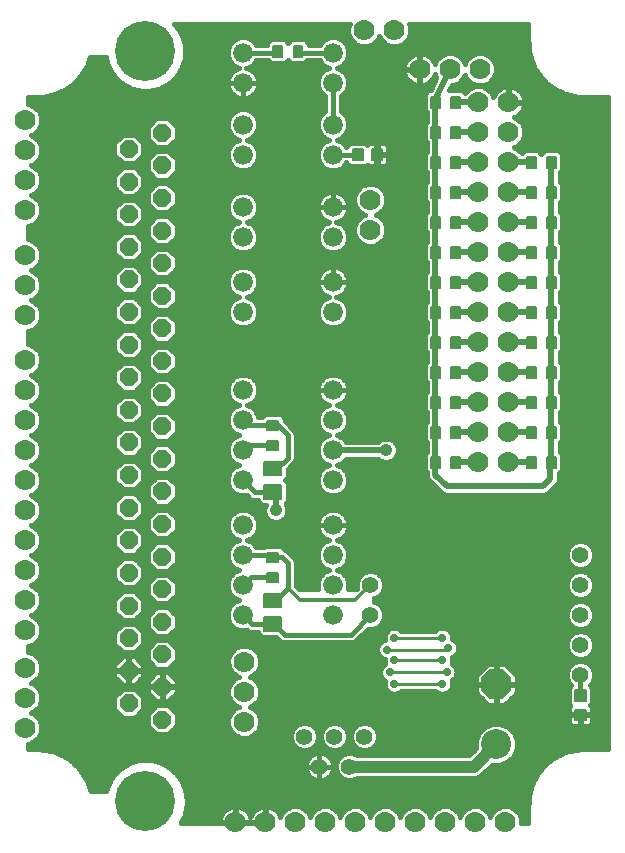
<source format=gbl>
G75*
%MOIN*%
%OFA0B0*%
%FSLAX24Y24*%
%IPPOS*%
%LPD*%
%AMOC8*
5,1,8,0,0,1.08239X$1,22.5*
%
%ADD10OC8,0.0600*%
%ADD11C,0.2000*%
%ADD12C,0.0660*%
%ADD13C,0.0061*%
%ADD14C,0.0059*%
%ADD15C,0.0700*%
%ADD16C,0.1000*%
%ADD17OC8,0.1000*%
%ADD18C,0.0560*%
%ADD19C,0.0061*%
%ADD20C,0.0160*%
%ADD21C,0.2400*%
%ADD22C,0.0410*%
%ADD23C,0.0400*%
%ADD24C,0.0120*%
%ADD25C,0.0200*%
%ADD26C,0.0290*%
%ADD27C,0.0100*%
D10*
X005540Y005447D03*
X005540Y006537D03*
X005540Y007627D03*
X005540Y008707D03*
X005540Y009797D03*
X005540Y010887D03*
X005540Y011967D03*
X005540Y013057D03*
X005540Y014147D03*
X005540Y015227D03*
X005540Y016317D03*
X005540Y017407D03*
X005540Y018497D03*
X005540Y019577D03*
X005540Y020667D03*
X005540Y021757D03*
X005540Y022837D03*
X005540Y023927D03*
X006660Y024467D03*
X006660Y023387D03*
X006660Y022297D03*
X006660Y021207D03*
X006660Y020127D03*
X006660Y019037D03*
X006660Y017947D03*
X006660Y016857D03*
X006660Y015777D03*
X006660Y014687D03*
X006660Y013597D03*
X006660Y012517D03*
X006660Y011427D03*
X006660Y010337D03*
X006660Y009257D03*
X006660Y008167D03*
X006660Y007077D03*
X006660Y005997D03*
X006660Y004907D03*
D11*
X006100Y002187D03*
X006100Y027187D03*
D12*
X009350Y027137D03*
X009350Y026137D03*
X009350Y024737D03*
X009350Y023737D03*
X009350Y021987D03*
X009350Y020987D03*
X009350Y019487D03*
X009350Y018487D03*
X009350Y015887D03*
X009350Y014887D03*
X009350Y013887D03*
X009350Y012887D03*
X009350Y011387D03*
X009350Y010387D03*
X009350Y009387D03*
X009350Y008387D03*
X012350Y008387D03*
X012350Y009387D03*
X012350Y010387D03*
X012350Y011387D03*
X012350Y012887D03*
X012350Y013887D03*
X012350Y014887D03*
X012350Y015887D03*
X012350Y018487D03*
X012350Y019487D03*
X012350Y020987D03*
X012350Y021987D03*
X012350Y023737D03*
X012350Y024737D03*
X012350Y026137D03*
X012350Y027137D03*
D13*
X010635Y013506D02*
X010635Y013054D01*
X010065Y013054D01*
X010065Y013506D01*
X010635Y013506D01*
X010635Y013114D02*
X010065Y013114D01*
X010065Y013174D02*
X010635Y013174D01*
X010635Y013234D02*
X010065Y013234D01*
X010065Y013294D02*
X010635Y013294D01*
X010635Y013354D02*
X010065Y013354D01*
X010065Y013414D02*
X010635Y013414D01*
X010635Y013474D02*
X010065Y013474D01*
X010635Y012719D02*
X010635Y012267D01*
X010065Y012267D01*
X010065Y012719D01*
X010635Y012719D01*
X010635Y012327D02*
X010065Y012327D01*
X010065Y012387D02*
X010635Y012387D01*
X010635Y012447D02*
X010065Y012447D01*
X010065Y012507D02*
X010635Y012507D01*
X010635Y012567D02*
X010065Y012567D01*
X010065Y012627D02*
X010635Y012627D01*
X010635Y012687D02*
X010065Y012687D01*
X010635Y009106D02*
X010635Y008654D01*
X010065Y008654D01*
X010065Y009106D01*
X010635Y009106D01*
X010635Y008714D02*
X010065Y008714D01*
X010065Y008774D02*
X010635Y008774D01*
X010635Y008834D02*
X010065Y008834D01*
X010065Y008894D02*
X010635Y008894D01*
X010635Y008954D02*
X010065Y008954D01*
X010065Y009014D02*
X010635Y009014D01*
X010635Y009074D02*
X010065Y009074D01*
X010635Y008319D02*
X010635Y007867D01*
X010065Y007867D01*
X010065Y008319D01*
X010635Y008319D01*
X010635Y007927D02*
X010065Y007927D01*
X010065Y007987D02*
X010635Y007987D01*
X010635Y008047D02*
X010065Y008047D01*
X010065Y008107D02*
X010635Y008107D01*
X010635Y008167D02*
X010065Y008167D01*
X010065Y008227D02*
X010635Y008227D01*
X010635Y008287D02*
X010065Y008287D01*
D14*
X010169Y009506D02*
X010169Y009798D01*
X010531Y009798D01*
X010531Y009506D01*
X010169Y009506D01*
X010169Y009564D02*
X010531Y009564D01*
X010531Y009622D02*
X010169Y009622D01*
X010169Y009680D02*
X010531Y009680D01*
X010531Y009738D02*
X010169Y009738D01*
X010169Y009796D02*
X010531Y009796D01*
X010169Y010175D02*
X010169Y010467D01*
X010531Y010467D01*
X010531Y010175D01*
X010169Y010175D01*
X010169Y010233D02*
X010531Y010233D01*
X010531Y010291D02*
X010169Y010291D01*
X010169Y010349D02*
X010531Y010349D01*
X010531Y010407D02*
X010169Y010407D01*
X010169Y010465D02*
X010531Y010465D01*
X010169Y013906D02*
X010169Y014198D01*
X010531Y014198D01*
X010531Y013906D01*
X010169Y013906D01*
X010169Y013964D02*
X010531Y013964D01*
X010531Y014022D02*
X010169Y014022D01*
X010169Y014080D02*
X010531Y014080D01*
X010531Y014138D02*
X010169Y014138D01*
X010169Y014196D02*
X010531Y014196D01*
X010169Y014575D02*
X010169Y014867D01*
X010531Y014867D01*
X010531Y014575D01*
X010169Y014575D01*
X010169Y014633D02*
X010531Y014633D01*
X010531Y014691D02*
X010169Y014691D01*
X010169Y014749D02*
X010531Y014749D01*
X010531Y014807D02*
X010169Y014807D01*
X010169Y014865D02*
X010531Y014865D01*
X015619Y014306D02*
X015911Y014306D01*
X015619Y014306D02*
X015619Y014668D01*
X015911Y014668D01*
X015911Y014306D01*
X015911Y014364D02*
X015619Y014364D01*
X015619Y014422D02*
X015911Y014422D01*
X015911Y014480D02*
X015619Y014480D01*
X015619Y014538D02*
X015911Y014538D01*
X015911Y014596D02*
X015619Y014596D01*
X015619Y014654D02*
X015911Y014654D01*
X016289Y014306D02*
X016581Y014306D01*
X016289Y014306D02*
X016289Y014668D01*
X016581Y014668D01*
X016581Y014306D01*
X016581Y014364D02*
X016289Y014364D01*
X016289Y014422D02*
X016581Y014422D01*
X016581Y014480D02*
X016289Y014480D01*
X016289Y014538D02*
X016581Y014538D01*
X016581Y014596D02*
X016289Y014596D01*
X016289Y014654D02*
X016581Y014654D01*
X016581Y015306D02*
X016289Y015306D01*
X016289Y015668D01*
X016581Y015668D01*
X016581Y015306D01*
X016581Y015364D02*
X016289Y015364D01*
X016289Y015422D02*
X016581Y015422D01*
X016581Y015480D02*
X016289Y015480D01*
X016289Y015538D02*
X016581Y015538D01*
X016581Y015596D02*
X016289Y015596D01*
X016289Y015654D02*
X016581Y015654D01*
X015911Y015306D02*
X015619Y015306D01*
X015619Y015668D01*
X015911Y015668D01*
X015911Y015306D01*
X015911Y015364D02*
X015619Y015364D01*
X015619Y015422D02*
X015911Y015422D01*
X015911Y015480D02*
X015619Y015480D01*
X015619Y015538D02*
X015911Y015538D01*
X015911Y015596D02*
X015619Y015596D01*
X015619Y015654D02*
X015911Y015654D01*
X015911Y016306D02*
X015619Y016306D01*
X015619Y016668D01*
X015911Y016668D01*
X015911Y016306D01*
X015911Y016364D02*
X015619Y016364D01*
X015619Y016422D02*
X015911Y016422D01*
X015911Y016480D02*
X015619Y016480D01*
X015619Y016538D02*
X015911Y016538D01*
X015911Y016596D02*
X015619Y016596D01*
X015619Y016654D02*
X015911Y016654D01*
X016289Y016306D02*
X016581Y016306D01*
X016289Y016306D02*
X016289Y016668D01*
X016581Y016668D01*
X016581Y016306D01*
X016581Y016364D02*
X016289Y016364D01*
X016289Y016422D02*
X016581Y016422D01*
X016581Y016480D02*
X016289Y016480D01*
X016289Y016538D02*
X016581Y016538D01*
X016581Y016596D02*
X016289Y016596D01*
X016289Y016654D02*
X016581Y016654D01*
X016581Y017306D02*
X016289Y017306D01*
X016289Y017668D01*
X016581Y017668D01*
X016581Y017306D01*
X016581Y017364D02*
X016289Y017364D01*
X016289Y017422D02*
X016581Y017422D01*
X016581Y017480D02*
X016289Y017480D01*
X016289Y017538D02*
X016581Y017538D01*
X016581Y017596D02*
X016289Y017596D01*
X016289Y017654D02*
X016581Y017654D01*
X016581Y018306D02*
X016289Y018306D01*
X016289Y018668D01*
X016581Y018668D01*
X016581Y018306D01*
X016581Y018364D02*
X016289Y018364D01*
X016289Y018422D02*
X016581Y018422D01*
X016581Y018480D02*
X016289Y018480D01*
X016289Y018538D02*
X016581Y018538D01*
X016581Y018596D02*
X016289Y018596D01*
X016289Y018654D02*
X016581Y018654D01*
X015911Y018306D02*
X015619Y018306D01*
X015619Y018668D01*
X015911Y018668D01*
X015911Y018306D01*
X015911Y018364D02*
X015619Y018364D01*
X015619Y018422D02*
X015911Y018422D01*
X015911Y018480D02*
X015619Y018480D01*
X015619Y018538D02*
X015911Y018538D01*
X015911Y018596D02*
X015619Y018596D01*
X015619Y018654D02*
X015911Y018654D01*
X015911Y019306D02*
X015619Y019306D01*
X015619Y019668D01*
X015911Y019668D01*
X015911Y019306D01*
X015911Y019364D02*
X015619Y019364D01*
X015619Y019422D02*
X015911Y019422D01*
X015911Y019480D02*
X015619Y019480D01*
X015619Y019538D02*
X015911Y019538D01*
X015911Y019596D02*
X015619Y019596D01*
X015619Y019654D02*
X015911Y019654D01*
X016289Y019306D02*
X016581Y019306D01*
X016289Y019306D02*
X016289Y019668D01*
X016581Y019668D01*
X016581Y019306D01*
X016581Y019364D02*
X016289Y019364D01*
X016289Y019422D02*
X016581Y019422D01*
X016581Y019480D02*
X016289Y019480D01*
X016289Y019538D02*
X016581Y019538D01*
X016581Y019596D02*
X016289Y019596D01*
X016289Y019654D02*
X016581Y019654D01*
X016581Y020306D02*
X016289Y020306D01*
X016289Y020668D01*
X016581Y020668D01*
X016581Y020306D01*
X016581Y020364D02*
X016289Y020364D01*
X016289Y020422D02*
X016581Y020422D01*
X016581Y020480D02*
X016289Y020480D01*
X016289Y020538D02*
X016581Y020538D01*
X016581Y020596D02*
X016289Y020596D01*
X016289Y020654D02*
X016581Y020654D01*
X016581Y021306D02*
X016289Y021306D01*
X016289Y021668D01*
X016581Y021668D01*
X016581Y021306D01*
X016581Y021364D02*
X016289Y021364D01*
X016289Y021422D02*
X016581Y021422D01*
X016581Y021480D02*
X016289Y021480D01*
X016289Y021538D02*
X016581Y021538D01*
X016581Y021596D02*
X016289Y021596D01*
X016289Y021654D02*
X016581Y021654D01*
X015911Y021306D02*
X015619Y021306D01*
X015619Y021668D01*
X015911Y021668D01*
X015911Y021306D01*
X015911Y021364D02*
X015619Y021364D01*
X015619Y021422D02*
X015911Y021422D01*
X015911Y021480D02*
X015619Y021480D01*
X015619Y021538D02*
X015911Y021538D01*
X015911Y021596D02*
X015619Y021596D01*
X015619Y021654D02*
X015911Y021654D01*
X015911Y022306D02*
X015619Y022306D01*
X015619Y022668D01*
X015911Y022668D01*
X015911Y022306D01*
X015911Y022364D02*
X015619Y022364D01*
X015619Y022422D02*
X015911Y022422D01*
X015911Y022480D02*
X015619Y022480D01*
X015619Y022538D02*
X015911Y022538D01*
X015911Y022596D02*
X015619Y022596D01*
X015619Y022654D02*
X015911Y022654D01*
X016289Y022306D02*
X016581Y022306D01*
X016289Y022306D02*
X016289Y022668D01*
X016581Y022668D01*
X016581Y022306D01*
X016581Y022364D02*
X016289Y022364D01*
X016289Y022422D02*
X016581Y022422D01*
X016581Y022480D02*
X016289Y022480D01*
X016289Y022538D02*
X016581Y022538D01*
X016581Y022596D02*
X016289Y022596D01*
X016289Y022654D02*
X016581Y022654D01*
X016581Y023306D02*
X016289Y023306D01*
X016289Y023668D01*
X016581Y023668D01*
X016581Y023306D01*
X016581Y023364D02*
X016289Y023364D01*
X016289Y023422D02*
X016581Y023422D01*
X016581Y023480D02*
X016289Y023480D01*
X016289Y023538D02*
X016581Y023538D01*
X016581Y023596D02*
X016289Y023596D01*
X016289Y023654D02*
X016581Y023654D01*
X016581Y024306D02*
X016289Y024306D01*
X016289Y024668D01*
X016581Y024668D01*
X016581Y024306D01*
X016581Y024364D02*
X016289Y024364D01*
X016289Y024422D02*
X016581Y024422D01*
X016581Y024480D02*
X016289Y024480D01*
X016289Y024538D02*
X016581Y024538D01*
X016581Y024596D02*
X016289Y024596D01*
X016289Y024654D02*
X016581Y024654D01*
X015911Y024306D02*
X015619Y024306D01*
X015619Y024668D01*
X015911Y024668D01*
X015911Y024306D01*
X015911Y024364D02*
X015619Y024364D01*
X015619Y024422D02*
X015911Y024422D01*
X015911Y024480D02*
X015619Y024480D01*
X015619Y024538D02*
X015911Y024538D01*
X015911Y024596D02*
X015619Y024596D01*
X015619Y024654D02*
X015911Y024654D01*
X015911Y025306D02*
X015619Y025306D01*
X015619Y025668D01*
X015911Y025668D01*
X015911Y025306D01*
X015911Y025364D02*
X015619Y025364D01*
X015619Y025422D02*
X015911Y025422D01*
X015911Y025480D02*
X015619Y025480D01*
X015619Y025538D02*
X015911Y025538D01*
X015911Y025596D02*
X015619Y025596D01*
X015619Y025654D02*
X015911Y025654D01*
X016289Y025306D02*
X016581Y025306D01*
X016289Y025306D02*
X016289Y025668D01*
X016581Y025668D01*
X016581Y025306D01*
X016581Y025364D02*
X016289Y025364D01*
X016289Y025422D02*
X016581Y025422D01*
X016581Y025480D02*
X016289Y025480D01*
X016289Y025538D02*
X016581Y025538D01*
X016581Y025596D02*
X016289Y025596D01*
X016289Y025654D02*
X016581Y025654D01*
X015911Y023306D02*
X015619Y023306D01*
X015619Y023668D01*
X015911Y023668D01*
X015911Y023306D01*
X015911Y023364D02*
X015619Y023364D01*
X015619Y023422D02*
X015911Y023422D01*
X015911Y023480D02*
X015619Y023480D01*
X015619Y023538D02*
X015911Y023538D01*
X015911Y023596D02*
X015619Y023596D01*
X015619Y023654D02*
X015911Y023654D01*
X015911Y020306D02*
X015619Y020306D01*
X015619Y020668D01*
X015911Y020668D01*
X015911Y020306D01*
X015911Y020364D02*
X015619Y020364D01*
X015619Y020422D02*
X015911Y020422D01*
X015911Y020480D02*
X015619Y020480D01*
X015619Y020538D02*
X015911Y020538D01*
X015911Y020596D02*
X015619Y020596D01*
X015619Y020654D02*
X015911Y020654D01*
X015911Y017306D02*
X015619Y017306D01*
X015619Y017668D01*
X015911Y017668D01*
X015911Y017306D01*
X015911Y017364D02*
X015619Y017364D01*
X015619Y017422D02*
X015911Y017422D01*
X015911Y017480D02*
X015619Y017480D01*
X015619Y017538D02*
X015911Y017538D01*
X015911Y017596D02*
X015619Y017596D01*
X015619Y017654D02*
X015911Y017654D01*
X018819Y017668D02*
X019111Y017668D01*
X019111Y017306D01*
X018819Y017306D01*
X018819Y017668D01*
X018819Y017364D02*
X019111Y017364D01*
X019111Y017422D02*
X018819Y017422D01*
X018819Y017480D02*
X019111Y017480D01*
X019111Y017538D02*
X018819Y017538D01*
X018819Y017596D02*
X019111Y017596D01*
X019111Y017654D02*
X018819Y017654D01*
X018819Y018668D02*
X019111Y018668D01*
X019111Y018306D01*
X018819Y018306D01*
X018819Y018668D01*
X018819Y018364D02*
X019111Y018364D01*
X019111Y018422D02*
X018819Y018422D01*
X018819Y018480D02*
X019111Y018480D01*
X019111Y018538D02*
X018819Y018538D01*
X018819Y018596D02*
X019111Y018596D01*
X019111Y018654D02*
X018819Y018654D01*
X019489Y018668D02*
X019781Y018668D01*
X019781Y018306D01*
X019489Y018306D01*
X019489Y018668D01*
X019489Y018364D02*
X019781Y018364D01*
X019781Y018422D02*
X019489Y018422D01*
X019489Y018480D02*
X019781Y018480D01*
X019781Y018538D02*
X019489Y018538D01*
X019489Y018596D02*
X019781Y018596D01*
X019781Y018654D02*
X019489Y018654D01*
X019489Y019668D02*
X019781Y019668D01*
X019781Y019306D01*
X019489Y019306D01*
X019489Y019668D01*
X019489Y019364D02*
X019781Y019364D01*
X019781Y019422D02*
X019489Y019422D01*
X019489Y019480D02*
X019781Y019480D01*
X019781Y019538D02*
X019489Y019538D01*
X019489Y019596D02*
X019781Y019596D01*
X019781Y019654D02*
X019489Y019654D01*
X019111Y019668D02*
X018819Y019668D01*
X019111Y019668D02*
X019111Y019306D01*
X018819Y019306D01*
X018819Y019668D01*
X018819Y019364D02*
X019111Y019364D01*
X019111Y019422D02*
X018819Y019422D01*
X018819Y019480D02*
X019111Y019480D01*
X019111Y019538D02*
X018819Y019538D01*
X018819Y019596D02*
X019111Y019596D01*
X019111Y019654D02*
X018819Y019654D01*
X018819Y020668D02*
X019111Y020668D01*
X019111Y020306D01*
X018819Y020306D01*
X018819Y020668D01*
X018819Y020364D02*
X019111Y020364D01*
X019111Y020422D02*
X018819Y020422D01*
X018819Y020480D02*
X019111Y020480D01*
X019111Y020538D02*
X018819Y020538D01*
X018819Y020596D02*
X019111Y020596D01*
X019111Y020654D02*
X018819Y020654D01*
X018819Y021668D02*
X019111Y021668D01*
X019111Y021306D01*
X018819Y021306D01*
X018819Y021668D01*
X018819Y021364D02*
X019111Y021364D01*
X019111Y021422D02*
X018819Y021422D01*
X018819Y021480D02*
X019111Y021480D01*
X019111Y021538D02*
X018819Y021538D01*
X018819Y021596D02*
X019111Y021596D01*
X019111Y021654D02*
X018819Y021654D01*
X019489Y021668D02*
X019781Y021668D01*
X019781Y021306D01*
X019489Y021306D01*
X019489Y021668D01*
X019489Y021364D02*
X019781Y021364D01*
X019781Y021422D02*
X019489Y021422D01*
X019489Y021480D02*
X019781Y021480D01*
X019781Y021538D02*
X019489Y021538D01*
X019489Y021596D02*
X019781Y021596D01*
X019781Y021654D02*
X019489Y021654D01*
X019489Y022668D02*
X019781Y022668D01*
X019781Y022306D01*
X019489Y022306D01*
X019489Y022668D01*
X019489Y022364D02*
X019781Y022364D01*
X019781Y022422D02*
X019489Y022422D01*
X019489Y022480D02*
X019781Y022480D01*
X019781Y022538D02*
X019489Y022538D01*
X019489Y022596D02*
X019781Y022596D01*
X019781Y022654D02*
X019489Y022654D01*
X019111Y022668D02*
X018819Y022668D01*
X019111Y022668D02*
X019111Y022306D01*
X018819Y022306D01*
X018819Y022668D01*
X018819Y022364D02*
X019111Y022364D01*
X019111Y022422D02*
X018819Y022422D01*
X018819Y022480D02*
X019111Y022480D01*
X019111Y022538D02*
X018819Y022538D01*
X018819Y022596D02*
X019111Y022596D01*
X019111Y022654D02*
X018819Y022654D01*
X018819Y023668D02*
X019111Y023668D01*
X019111Y023306D01*
X018819Y023306D01*
X018819Y023668D01*
X018819Y023364D02*
X019111Y023364D01*
X019111Y023422D02*
X018819Y023422D01*
X018819Y023480D02*
X019111Y023480D01*
X019111Y023538D02*
X018819Y023538D01*
X018819Y023596D02*
X019111Y023596D01*
X019111Y023654D02*
X018819Y023654D01*
X019489Y023668D02*
X019781Y023668D01*
X019781Y023306D01*
X019489Y023306D01*
X019489Y023668D01*
X019489Y023364D02*
X019781Y023364D01*
X019781Y023422D02*
X019489Y023422D01*
X019489Y023480D02*
X019781Y023480D01*
X019781Y023538D02*
X019489Y023538D01*
X019489Y023596D02*
X019781Y023596D01*
X019781Y023654D02*
X019489Y023654D01*
X019489Y020668D02*
X019781Y020668D01*
X019781Y020306D01*
X019489Y020306D01*
X019489Y020668D01*
X019489Y020364D02*
X019781Y020364D01*
X019781Y020422D02*
X019489Y020422D01*
X019489Y020480D02*
X019781Y020480D01*
X019781Y020538D02*
X019489Y020538D01*
X019489Y020596D02*
X019781Y020596D01*
X019781Y020654D02*
X019489Y020654D01*
X019489Y017668D02*
X019781Y017668D01*
X019781Y017306D01*
X019489Y017306D01*
X019489Y017668D01*
X019489Y017364D02*
X019781Y017364D01*
X019781Y017422D02*
X019489Y017422D01*
X019489Y017480D02*
X019781Y017480D01*
X019781Y017538D02*
X019489Y017538D01*
X019489Y017596D02*
X019781Y017596D01*
X019781Y017654D02*
X019489Y017654D01*
X019489Y016668D02*
X019781Y016668D01*
X019781Y016306D01*
X019489Y016306D01*
X019489Y016668D01*
X019489Y016364D02*
X019781Y016364D01*
X019781Y016422D02*
X019489Y016422D01*
X019489Y016480D02*
X019781Y016480D01*
X019781Y016538D02*
X019489Y016538D01*
X019489Y016596D02*
X019781Y016596D01*
X019781Y016654D02*
X019489Y016654D01*
X019111Y016668D02*
X018819Y016668D01*
X019111Y016668D02*
X019111Y016306D01*
X018819Y016306D01*
X018819Y016668D01*
X018819Y016364D02*
X019111Y016364D01*
X019111Y016422D02*
X018819Y016422D01*
X018819Y016480D02*
X019111Y016480D01*
X019111Y016538D02*
X018819Y016538D01*
X018819Y016596D02*
X019111Y016596D01*
X019111Y016654D02*
X018819Y016654D01*
X018819Y015668D02*
X019111Y015668D01*
X019111Y015306D01*
X018819Y015306D01*
X018819Y015668D01*
X018819Y015364D02*
X019111Y015364D01*
X019111Y015422D02*
X018819Y015422D01*
X018819Y015480D02*
X019111Y015480D01*
X019111Y015538D02*
X018819Y015538D01*
X018819Y015596D02*
X019111Y015596D01*
X019111Y015654D02*
X018819Y015654D01*
X019489Y015668D02*
X019781Y015668D01*
X019781Y015306D01*
X019489Y015306D01*
X019489Y015668D01*
X019489Y015364D02*
X019781Y015364D01*
X019781Y015422D02*
X019489Y015422D01*
X019489Y015480D02*
X019781Y015480D01*
X019781Y015538D02*
X019489Y015538D01*
X019489Y015596D02*
X019781Y015596D01*
X019781Y015654D02*
X019489Y015654D01*
X019489Y014668D02*
X019781Y014668D01*
X019781Y014306D01*
X019489Y014306D01*
X019489Y014668D01*
X019489Y014364D02*
X019781Y014364D01*
X019781Y014422D02*
X019489Y014422D01*
X019489Y014480D02*
X019781Y014480D01*
X019781Y014538D02*
X019489Y014538D01*
X019489Y014596D02*
X019781Y014596D01*
X019781Y014654D02*
X019489Y014654D01*
X019111Y014668D02*
X018819Y014668D01*
X019111Y014668D02*
X019111Y014306D01*
X018819Y014306D01*
X018819Y014668D01*
X018819Y014364D02*
X019111Y014364D01*
X019111Y014422D02*
X018819Y014422D01*
X018819Y014480D02*
X019111Y014480D01*
X019111Y014538D02*
X018819Y014538D01*
X018819Y014596D02*
X019111Y014596D01*
X019111Y014654D02*
X018819Y014654D01*
X018819Y013668D02*
X019111Y013668D01*
X019111Y013306D01*
X018819Y013306D01*
X018819Y013668D01*
X018819Y013364D02*
X019111Y013364D01*
X019111Y013422D02*
X018819Y013422D01*
X018819Y013480D02*
X019111Y013480D01*
X019111Y013538D02*
X018819Y013538D01*
X018819Y013596D02*
X019111Y013596D01*
X019111Y013654D02*
X018819Y013654D01*
X019489Y013668D02*
X019781Y013668D01*
X019781Y013306D01*
X019489Y013306D01*
X019489Y013668D01*
X019489Y013364D02*
X019781Y013364D01*
X019781Y013422D02*
X019489Y013422D01*
X019489Y013480D02*
X019781Y013480D01*
X019781Y013538D02*
X019489Y013538D01*
X019489Y013596D02*
X019781Y013596D01*
X019781Y013654D02*
X019489Y013654D01*
X016581Y013306D02*
X016289Y013306D01*
X016289Y013668D01*
X016581Y013668D01*
X016581Y013306D01*
X016581Y013364D02*
X016289Y013364D01*
X016289Y013422D02*
X016581Y013422D01*
X016581Y013480D02*
X016289Y013480D01*
X016289Y013538D02*
X016581Y013538D01*
X016581Y013596D02*
X016289Y013596D01*
X016289Y013654D02*
X016581Y013654D01*
X015911Y013306D02*
X015619Y013306D01*
X015619Y013668D01*
X015911Y013668D01*
X015911Y013306D01*
X015911Y013364D02*
X015619Y013364D01*
X015619Y013422D02*
X015911Y013422D01*
X015911Y013480D02*
X015619Y013480D01*
X015619Y013538D02*
X015911Y013538D01*
X015911Y013596D02*
X015619Y013596D01*
X015619Y013654D02*
X015911Y013654D01*
X011331Y027368D02*
X011039Y027368D01*
X011331Y027368D02*
X011331Y027006D01*
X011039Y027006D01*
X011039Y027368D01*
X011039Y027064D02*
X011331Y027064D01*
X011331Y027122D02*
X011039Y027122D01*
X011039Y027180D02*
X011331Y027180D01*
X011331Y027238D02*
X011039Y027238D01*
X011039Y027296D02*
X011331Y027296D01*
X011331Y027354D02*
X011039Y027354D01*
X010661Y027368D02*
X010369Y027368D01*
X010661Y027368D02*
X010661Y027006D01*
X010369Y027006D01*
X010369Y027368D01*
X010369Y027064D02*
X010661Y027064D01*
X010661Y027122D02*
X010369Y027122D01*
X010369Y027180D02*
X010661Y027180D01*
X010661Y027238D02*
X010369Y027238D01*
X010369Y027296D02*
X010661Y027296D01*
X010661Y027354D02*
X010369Y027354D01*
D15*
X013400Y027887D03*
X014400Y027887D03*
X015250Y026587D03*
X016250Y026587D03*
X017250Y026587D03*
X017200Y025487D03*
X018200Y025487D03*
X018200Y024487D03*
X018200Y023487D03*
X018200Y022487D03*
X017200Y022487D03*
X017200Y023487D03*
X017200Y024487D03*
X017200Y021487D03*
X017200Y020487D03*
X017200Y019487D03*
X018200Y019487D03*
X018200Y020487D03*
X018200Y021487D03*
X018200Y018487D03*
X018200Y017487D03*
X018200Y016487D03*
X017200Y016487D03*
X017200Y017487D03*
X017200Y018487D03*
X017200Y015487D03*
X017200Y014487D03*
X017200Y013487D03*
X018200Y013487D03*
X018200Y014487D03*
X018200Y015487D03*
X013600Y021237D03*
X013600Y022237D03*
X002100Y021887D03*
X002100Y022887D03*
X002100Y023887D03*
X002100Y024887D03*
X002100Y020387D03*
X002100Y019387D03*
X002100Y018387D03*
X002100Y016887D03*
X002100Y015887D03*
X002100Y014887D03*
X002100Y013887D03*
X002100Y012887D03*
X002100Y011887D03*
X002100Y010887D03*
X002100Y009887D03*
X002100Y008887D03*
X002100Y007887D03*
X002100Y006637D03*
X002100Y005637D03*
X002100Y004637D03*
X009100Y001487D03*
X010100Y001487D03*
X011100Y001487D03*
X012100Y001487D03*
X013100Y001487D03*
X014100Y001487D03*
X015100Y001487D03*
X016100Y001487D03*
X017100Y001487D03*
X018100Y001487D03*
X009400Y004837D03*
X009400Y005837D03*
X009400Y006837D03*
D16*
X017800Y004087D03*
D17*
X017800Y006087D03*
D18*
X020600Y006387D03*
X020600Y007387D03*
X020600Y008387D03*
X020600Y009387D03*
X020600Y010387D03*
X013600Y009387D03*
X013600Y008387D03*
X013400Y004337D03*
X012900Y003337D03*
X012400Y004337D03*
X011900Y003337D03*
X011400Y004337D03*
D19*
X020780Y004893D02*
X020780Y005241D01*
X020780Y004893D02*
X020420Y004893D01*
X020420Y005241D01*
X020780Y005241D01*
X020780Y004953D02*
X020420Y004953D01*
X020420Y005013D02*
X020780Y005013D01*
X020780Y005073D02*
X020420Y005073D01*
X020420Y005133D02*
X020780Y005133D01*
X020780Y005193D02*
X020420Y005193D01*
X020780Y005532D02*
X020780Y005880D01*
X020780Y005532D02*
X020420Y005532D01*
X020420Y005880D01*
X020780Y005880D01*
X020780Y005592D02*
X020420Y005592D01*
X020420Y005652D02*
X020780Y005652D01*
X020780Y005712D02*
X020420Y005712D01*
X020420Y005772D02*
X020780Y005772D01*
X020780Y005832D02*
X020420Y005832D01*
X013993Y023917D02*
X013645Y023917D01*
X013993Y023917D02*
X013993Y023557D01*
X013645Y023557D01*
X013645Y023917D01*
X013645Y023617D02*
X013993Y023617D01*
X013993Y023677D02*
X013645Y023677D01*
X013645Y023737D02*
X013993Y023737D01*
X013993Y023797D02*
X013645Y023797D01*
X013645Y023857D02*
X013993Y023857D01*
X013993Y023917D02*
X013645Y023917D01*
X013355Y023917D02*
X013007Y023917D01*
X013355Y023917D02*
X013355Y023557D01*
X013007Y023557D01*
X013007Y023917D01*
X013007Y023617D02*
X013355Y023617D01*
X013355Y023677D02*
X013007Y023677D01*
X013007Y023737D02*
X013355Y023737D01*
X013355Y023797D02*
X013007Y023797D01*
X013007Y023857D02*
X013355Y023857D01*
X013355Y023917D02*
X013007Y023917D01*
D20*
X002942Y003861D02*
X002771Y003895D01*
X002767Y003899D01*
X002739Y003901D01*
X002712Y003907D01*
X002707Y003903D01*
X002535Y003915D01*
X002533Y003917D01*
X002503Y003917D01*
X002472Y003919D01*
X002470Y003917D01*
X002180Y003917D01*
X002180Y004107D01*
X002205Y004107D01*
X002400Y004187D01*
X002549Y004336D01*
X002630Y004531D01*
X002630Y004742D01*
X002549Y004937D01*
X002400Y005086D01*
X002278Y005137D01*
X002400Y005187D01*
X002549Y005336D01*
X002630Y005531D01*
X002630Y005742D01*
X002549Y005937D01*
X002400Y006086D01*
X002278Y006137D01*
X002400Y006187D01*
X002549Y006336D01*
X002630Y006531D01*
X002630Y006742D01*
X002549Y006937D01*
X002400Y007086D01*
X002205Y007167D01*
X002180Y007167D01*
X002180Y007357D01*
X002205Y007357D01*
X002400Y007437D01*
X002549Y007586D01*
X002630Y007781D01*
X002630Y007992D01*
X002549Y008187D01*
X002400Y008336D01*
X002278Y008387D01*
X002400Y008437D01*
X002549Y008586D01*
X002630Y008781D01*
X002630Y008992D01*
X002549Y009187D01*
X002400Y009336D01*
X002278Y009387D01*
X002400Y009437D01*
X002549Y009586D01*
X002630Y009781D01*
X002630Y009992D01*
X002549Y010187D01*
X002400Y010336D01*
X002278Y010387D01*
X002400Y010437D01*
X002549Y010586D01*
X002630Y010781D01*
X002630Y010992D01*
X002549Y011187D01*
X002400Y011336D01*
X002278Y011387D01*
X002400Y011437D01*
X002549Y011586D01*
X002630Y011781D01*
X002630Y011992D01*
X002549Y012187D01*
X002400Y012336D01*
X002278Y012387D01*
X002400Y012437D01*
X002549Y012586D01*
X002630Y012781D01*
X002630Y012992D01*
X002549Y013187D01*
X002400Y013336D01*
X002278Y013387D01*
X002400Y013437D01*
X002549Y013586D01*
X002630Y013781D01*
X002630Y013992D01*
X002549Y014187D01*
X002400Y014336D01*
X002278Y014387D01*
X002400Y014437D01*
X002549Y014586D01*
X002630Y014781D01*
X002630Y014992D01*
X002549Y015187D01*
X002400Y015336D01*
X002278Y015387D01*
X002400Y015437D01*
X002549Y015586D01*
X002630Y015781D01*
X002630Y015992D01*
X002549Y016187D01*
X002400Y016336D01*
X002278Y016387D01*
X002400Y016437D01*
X002549Y016586D01*
X002630Y016781D01*
X002630Y016992D01*
X002549Y017187D01*
X002400Y017336D01*
X002205Y017417D01*
X002180Y017417D01*
X002180Y017857D01*
X002205Y017857D01*
X002400Y017937D01*
X002549Y018086D01*
X002630Y018281D01*
X002630Y018492D01*
X002549Y018687D01*
X002400Y018836D01*
X002278Y018887D01*
X002400Y018937D01*
X002549Y019086D01*
X002630Y019281D01*
X002630Y019492D01*
X002549Y019687D01*
X002400Y019836D01*
X002278Y019887D01*
X002400Y019937D01*
X002549Y020086D01*
X002630Y020281D01*
X002630Y020492D01*
X002549Y020687D01*
X002400Y020836D01*
X002205Y020917D01*
X002180Y020917D01*
X002180Y021357D01*
X002205Y021357D01*
X002400Y021437D01*
X002549Y021586D01*
X002630Y021781D01*
X002630Y021992D01*
X002549Y022187D01*
X002400Y022336D01*
X002278Y022387D01*
X002400Y022437D01*
X002549Y022586D01*
X002630Y022781D01*
X002630Y022992D01*
X002549Y023187D01*
X002400Y023336D01*
X002278Y023387D01*
X002400Y023437D01*
X002549Y023586D01*
X002630Y023781D01*
X002630Y023992D01*
X002549Y024187D01*
X002400Y024336D01*
X002278Y024387D01*
X002400Y024437D01*
X002549Y024586D01*
X002630Y024781D01*
X002630Y024992D01*
X002549Y025187D01*
X002400Y025336D01*
X002205Y025417D01*
X002180Y025417D01*
X002180Y025657D01*
X002470Y025657D01*
X002472Y025655D01*
X002503Y025657D01*
X002533Y025657D01*
X002535Y025659D01*
X002707Y025670D01*
X002712Y025667D01*
X002739Y025672D01*
X002767Y025674D01*
X002771Y025678D01*
X002942Y025713D01*
X002947Y025710D01*
X002974Y025719D01*
X003001Y025724D01*
X003004Y025729D01*
X003170Y025785D01*
X003175Y025783D01*
X003200Y025796D01*
X003227Y025805D01*
X003229Y025810D01*
X003386Y025887D01*
X003392Y025886D01*
X003415Y025902D01*
X003440Y025914D01*
X003442Y025920D01*
X003587Y026017D01*
X003593Y026016D01*
X003614Y026035D01*
X003637Y026050D01*
X003638Y026056D01*
X003770Y026171D01*
X003776Y026172D01*
X003794Y026193D01*
X003815Y026211D01*
X003815Y026217D01*
X003931Y026348D01*
X003936Y026349D01*
X003952Y026373D01*
X003970Y026393D01*
X003970Y026399D01*
X004067Y026545D01*
X004073Y026547D01*
X004085Y026572D01*
X004100Y026595D01*
X004099Y026601D01*
X004177Y026757D01*
X004182Y026760D01*
X004191Y026786D01*
X004203Y026811D01*
X004201Y026817D01*
X004257Y026982D01*
X004262Y026986D01*
X004267Y027007D01*
X004781Y027007D01*
X004783Y026997D01*
X004785Y026970D01*
X004790Y026966D01*
X004817Y026844D01*
X004814Y026838D01*
X004824Y026812D01*
X004830Y026785D01*
X004835Y026782D01*
X004879Y026664D01*
X004877Y026658D01*
X004890Y026634D01*
X004900Y026608D01*
X004906Y026606D01*
X004965Y026496D01*
X004965Y026489D01*
X004981Y026468D01*
X004994Y026443D01*
X005000Y026442D01*
X005075Y026341D01*
X005075Y026335D01*
X005095Y026316D01*
X005111Y026294D01*
X005118Y026293D01*
X005206Y026204D01*
X005207Y026198D01*
X005229Y026181D01*
X005248Y026162D01*
X005255Y026162D01*
X005355Y026087D01*
X005357Y026081D01*
X005381Y026068D01*
X005403Y026051D01*
X005409Y026052D01*
X005519Y025992D01*
X005522Y025986D01*
X005547Y025977D01*
X005571Y025964D01*
X005578Y025965D01*
X005695Y025922D01*
X005698Y025916D01*
X005725Y025910D01*
X005751Y025901D01*
X005757Y025903D01*
X005879Y025877D01*
X005883Y025872D01*
X005911Y025870D01*
X005937Y025864D01*
X005943Y025868D01*
X006068Y025859D01*
X006073Y025855D01*
X006100Y025856D01*
X006127Y025855D01*
X006132Y025859D01*
X006257Y025868D01*
X006263Y025864D01*
X006289Y025870D01*
X006317Y025872D01*
X006321Y025877D01*
X006443Y025903D01*
X006449Y025901D01*
X006475Y025910D01*
X006502Y025916D01*
X006505Y025922D01*
X006622Y025965D01*
X006629Y025964D01*
X006653Y025977D01*
X006678Y025986D01*
X006681Y025992D01*
X006791Y026052D01*
X006797Y026051D01*
X006819Y026068D01*
X006843Y026081D01*
X006845Y026087D01*
X006945Y026162D01*
X006952Y026162D01*
X006971Y026181D01*
X006993Y026198D01*
X006994Y026204D01*
X007082Y026293D01*
X007089Y026294D01*
X007105Y026316D01*
X007125Y026335D01*
X007125Y026341D01*
X007200Y026442D01*
X007206Y026443D01*
X007219Y026468D01*
X007235Y026489D01*
X007235Y026496D01*
X007294Y026606D01*
X007300Y026608D01*
X007310Y026634D01*
X007323Y026658D01*
X007321Y026664D01*
X007365Y026782D01*
X007370Y026785D01*
X007376Y026812D01*
X007386Y026838D01*
X007383Y026844D01*
X007410Y026966D01*
X007415Y026970D01*
X007417Y026997D01*
X007422Y027024D01*
X007419Y027030D01*
X007428Y027154D01*
X007432Y027159D01*
X007430Y027187D01*
X007432Y027214D01*
X007428Y027219D01*
X007419Y027344D01*
X007422Y027349D01*
X007417Y027376D01*
X007415Y027403D01*
X007410Y027408D01*
X007383Y027530D01*
X007386Y027536D01*
X007376Y027561D01*
X007370Y027588D01*
X007365Y027592D01*
X007321Y027709D01*
X007323Y027715D01*
X007310Y027739D01*
X007300Y027765D01*
X007294Y027768D01*
X007235Y027877D01*
X007235Y027884D01*
X007219Y027906D01*
X007206Y027930D01*
X007200Y027932D01*
X007125Y028032D01*
X007125Y028038D01*
X007105Y028058D01*
X007089Y028080D01*
X007082Y028081D01*
X007056Y028107D01*
X012917Y028107D01*
X012870Y027992D01*
X012870Y027781D01*
X012951Y027586D01*
X013100Y027437D01*
X013295Y027357D01*
X013505Y027357D01*
X013700Y027437D01*
X013849Y027586D01*
X013900Y027709D01*
X013951Y027586D01*
X014100Y027437D01*
X014295Y027357D01*
X014505Y027357D01*
X014700Y027437D01*
X014849Y027586D01*
X014930Y027781D01*
X014930Y027992D01*
X014883Y028107D01*
X018870Y028107D01*
X018870Y027517D01*
X018868Y027514D01*
X018870Y027484D01*
X018870Y027454D01*
X018872Y027451D01*
X018883Y027280D01*
X018880Y027275D01*
X018885Y027248D01*
X018887Y027220D01*
X018892Y027216D01*
X018926Y027045D01*
X018923Y027039D01*
X018932Y027013D01*
X018938Y026986D01*
X018943Y026982D01*
X018999Y026817D01*
X018997Y026811D01*
X019009Y026786D01*
X019018Y026760D01*
X019023Y026757D01*
X019101Y026601D01*
X019100Y026595D01*
X019115Y026572D01*
X019127Y026547D01*
X019133Y026545D01*
X019230Y026399D01*
X019230Y026393D01*
X019248Y026373D01*
X019264Y026349D01*
X019269Y026348D01*
X019385Y026217D01*
X019385Y026211D01*
X019406Y026193D01*
X019424Y026172D01*
X019430Y026171D01*
X019562Y026056D01*
X019563Y026050D01*
X019586Y026035D01*
X019607Y026016D01*
X019613Y026017D01*
X019758Y025920D01*
X019760Y025914D01*
X019785Y025902D01*
X019808Y025886D01*
X019814Y025887D01*
X019971Y025810D01*
X019973Y025805D01*
X020000Y025796D01*
X020025Y025783D01*
X020030Y025785D01*
X020196Y025729D01*
X020199Y025724D01*
X020226Y025719D01*
X020253Y025710D01*
X020258Y025713D01*
X020429Y025678D01*
X020433Y025674D01*
X020461Y025672D01*
X020488Y025667D01*
X020493Y025670D01*
X020665Y025659D01*
X020667Y025657D01*
X020697Y025657D01*
X020728Y025655D01*
X020730Y025657D01*
X021520Y025657D01*
X021520Y003917D01*
X020730Y003917D01*
X020728Y003919D01*
X020697Y003917D01*
X020667Y003917D01*
X020665Y003915D01*
X020493Y003903D01*
X020488Y003907D01*
X020461Y003901D01*
X020433Y003899D01*
X020429Y003895D01*
X020258Y003861D01*
X020253Y003863D01*
X020226Y003854D01*
X020199Y003849D01*
X020196Y003844D01*
X020030Y003788D01*
X020025Y003790D01*
X020000Y003778D01*
X019973Y003769D01*
X019971Y003763D01*
X019814Y003686D01*
X019808Y003687D01*
X019785Y003672D01*
X019760Y003659D01*
X019758Y003654D01*
X019613Y003557D01*
X019612Y003557D01*
X019613Y003557D02*
X019607Y003557D01*
X019586Y003539D01*
X019563Y003523D01*
X019562Y003517D01*
X019430Y003402D01*
X019424Y003402D01*
X019406Y003381D01*
X019385Y003362D01*
X019385Y003356D01*
X019269Y003225D01*
X019264Y003224D01*
X019248Y003201D01*
X019230Y003180D01*
X019230Y003174D01*
X019133Y003029D01*
X019127Y003027D01*
X019115Y003002D01*
X019100Y002979D01*
X019101Y002973D01*
X019023Y002816D01*
X019018Y002813D01*
X019009Y002787D01*
X018997Y002762D01*
X018999Y002756D01*
X018943Y002591D01*
X018938Y002588D01*
X018932Y002560D01*
X018923Y002534D01*
X018926Y002529D01*
X018892Y002357D01*
X018887Y002353D01*
X018885Y002326D01*
X018880Y002298D01*
X018883Y002293D01*
X018872Y002122D01*
X018870Y002120D01*
X018870Y002089D01*
X018868Y002059D01*
X018870Y002057D01*
X018870Y001467D01*
X018630Y001467D01*
X018630Y001592D01*
X018549Y001787D01*
X018400Y001936D01*
X018205Y002017D01*
X017995Y002017D01*
X017800Y001936D01*
X017651Y001787D01*
X017600Y001665D01*
X017549Y001787D01*
X017400Y001936D01*
X017205Y002017D01*
X016995Y002017D01*
X016800Y001936D01*
X016651Y001787D01*
X016600Y001665D01*
X016549Y001787D01*
X016400Y001936D01*
X016205Y002017D01*
X015995Y002017D01*
X015800Y001936D01*
X015651Y001787D01*
X015600Y001665D01*
X015549Y001787D01*
X015400Y001936D01*
X015205Y002017D01*
X014995Y002017D01*
X014800Y001936D01*
X014651Y001787D01*
X014600Y001665D01*
X014549Y001787D01*
X014400Y001936D01*
X014205Y002017D01*
X013995Y002017D01*
X013800Y001936D01*
X013651Y001787D01*
X013600Y001665D01*
X013549Y001787D01*
X013400Y001936D01*
X013205Y002017D01*
X012995Y002017D01*
X012800Y001936D01*
X012651Y001787D01*
X012600Y001665D01*
X012549Y001787D01*
X012400Y001936D01*
X012205Y002017D01*
X011995Y002017D01*
X011800Y001936D01*
X011651Y001787D01*
X011600Y001665D01*
X011549Y001787D01*
X011400Y001936D01*
X011205Y002017D01*
X010995Y002017D01*
X010800Y001936D01*
X010651Y001787D01*
X010600Y001664D01*
X010591Y001690D01*
X010553Y001764D01*
X010504Y001832D01*
X010445Y001891D01*
X010378Y001940D01*
X010303Y001978D01*
X010224Y002004D01*
X010142Y002017D01*
X010120Y002017D01*
X010120Y001507D01*
X010080Y001507D01*
X010080Y002017D01*
X010058Y002017D01*
X009976Y002004D01*
X009897Y001978D01*
X009822Y001940D01*
X009755Y001891D01*
X009696Y001832D01*
X009647Y001764D01*
X009609Y001690D01*
X009600Y001663D01*
X009591Y001690D01*
X009553Y001764D01*
X009504Y001832D01*
X009445Y001891D01*
X009378Y001940D01*
X009303Y001978D01*
X009224Y002004D01*
X009142Y002017D01*
X009120Y002017D01*
X009120Y001507D01*
X009080Y001507D01*
X009080Y002017D01*
X009058Y002017D01*
X008976Y002004D01*
X008897Y001978D01*
X008822Y001940D01*
X008755Y001891D01*
X008696Y001832D01*
X008647Y001764D01*
X008609Y001690D01*
X008583Y001611D01*
X008570Y001528D01*
X008570Y001507D01*
X009080Y001507D01*
X009080Y001467D01*
X007290Y001467D01*
X007295Y001474D01*
X007294Y001480D01*
X007354Y001594D01*
X007360Y001597D01*
X007369Y001623D01*
X007381Y001647D01*
X007379Y001653D01*
X007422Y001775D01*
X007427Y001778D01*
X007433Y001805D01*
X007442Y001831D01*
X007439Y001837D01*
X007464Y001963D01*
X007469Y001968D01*
X007470Y001995D01*
X007475Y002022D01*
X007472Y002027D01*
X007478Y002155D01*
X007482Y002159D01*
X007480Y002187D01*
X007482Y002216D01*
X007478Y002220D01*
X007468Y002351D01*
X007472Y002356D01*
X007466Y002383D01*
X007464Y002410D01*
X007459Y002415D01*
X007431Y002544D01*
X007434Y002550D01*
X007424Y002576D01*
X007418Y002602D01*
X007413Y002606D01*
X007367Y002730D01*
X007369Y002736D01*
X007355Y002760D01*
X007346Y002786D01*
X007340Y002788D01*
X007277Y002904D01*
X007278Y002911D01*
X007261Y002933D01*
X007248Y002957D01*
X007242Y002959D01*
X007162Y003065D01*
X007162Y003071D01*
X007143Y003091D01*
X007127Y003112D01*
X007120Y003113D01*
X007027Y003207D01*
X007026Y003213D01*
X007004Y003230D01*
X006984Y003249D01*
X006978Y003249D01*
X006872Y003328D01*
X006870Y003335D01*
X006846Y003348D01*
X006824Y003364D01*
X006818Y003363D01*
X006702Y003427D01*
X006699Y003433D01*
X006673Y003442D01*
X006649Y003455D01*
X006643Y003453D01*
X006519Y003500D01*
X006516Y003505D01*
X006489Y003511D01*
X006463Y003521D01*
X006457Y003518D01*
X006328Y003546D01*
X006324Y003551D01*
X006296Y003553D01*
X006270Y003559D01*
X006264Y003555D01*
X006132Y003565D01*
X006127Y003569D01*
X006100Y003567D01*
X006073Y003569D01*
X006068Y003565D01*
X005943Y003556D01*
X005937Y003559D01*
X005911Y003553D01*
X005883Y003551D01*
X005879Y003546D01*
X005757Y003520D01*
X005751Y003523D01*
X005725Y003513D01*
X005698Y003507D01*
X005695Y003502D01*
X005578Y003458D01*
X005571Y003460D01*
X005547Y003447D01*
X005522Y003437D01*
X005519Y003431D01*
X005409Y003371D01*
X005403Y003372D01*
X005381Y003356D01*
X005357Y003343D01*
X005355Y003336D01*
X005255Y003261D01*
X005248Y003261D01*
X005229Y003242D01*
X005207Y003226D01*
X005206Y003219D01*
X005118Y003131D01*
X005111Y003130D01*
X005095Y003108D01*
X005075Y003088D01*
X005075Y003082D01*
X005000Y002982D01*
X004994Y002980D01*
X004981Y002956D01*
X004965Y002934D01*
X004965Y002927D01*
X004906Y002818D01*
X004900Y002815D01*
X004890Y002789D01*
X004877Y002765D01*
X004879Y002759D01*
X004835Y002642D01*
X004830Y002638D01*
X004824Y002611D01*
X004814Y002586D01*
X004817Y002580D01*
X004803Y002517D01*
X004276Y002517D01*
X004274Y002529D01*
X004277Y002534D01*
X004268Y002560D01*
X004262Y002588D01*
X004257Y002591D01*
X004201Y002756D01*
X004203Y002762D01*
X004191Y002787D01*
X004182Y002813D01*
X004177Y002816D01*
X004099Y002973D01*
X004100Y002979D01*
X004085Y003002D01*
X004073Y003027D01*
X004067Y003029D01*
X003970Y003174D01*
X003970Y003180D01*
X003952Y003201D01*
X003936Y003224D01*
X003931Y003225D01*
X003815Y003356D01*
X003815Y003362D01*
X003794Y003381D01*
X003776Y003402D01*
X003770Y003402D01*
X003638Y003517D01*
X003637Y003523D01*
X003614Y003539D01*
X003593Y003557D01*
X003587Y003557D01*
X003588Y003557D01*
X003587Y003557D02*
X003442Y003654D01*
X003440Y003659D01*
X003415Y003672D01*
X003392Y003687D01*
X003386Y003686D01*
X003229Y003763D01*
X003227Y003769D01*
X003200Y003778D01*
X003175Y003790D01*
X003170Y003788D01*
X003004Y003844D01*
X003001Y003849D01*
X002974Y003854D01*
X002947Y003863D01*
X002942Y003861D01*
X002877Y003874D02*
X017050Y003874D01*
X017122Y003946D02*
X016893Y003717D01*
X013171Y003717D01*
X013161Y003727D01*
X012991Y003797D01*
X012808Y003797D01*
X012639Y003727D01*
X012510Y003597D01*
X012440Y003428D01*
X012440Y003245D01*
X012510Y003076D01*
X012639Y002947D01*
X012808Y002877D01*
X012991Y002877D01*
X013161Y002947D01*
X013171Y002957D01*
X017126Y002957D01*
X017265Y003015D01*
X017660Y003409D01*
X017665Y003407D01*
X017935Y003407D01*
X018185Y003510D01*
X018376Y003701D01*
X018480Y003951D01*
X018480Y004222D01*
X018376Y004472D01*
X018185Y004663D01*
X017935Y004767D01*
X017665Y004767D01*
X017415Y004663D01*
X017224Y004472D01*
X017120Y004222D01*
X017120Y003951D01*
X017122Y003946D01*
X017120Y004032D02*
X013746Y004032D01*
X013790Y004076D02*
X013860Y004245D01*
X013860Y004428D01*
X013790Y004597D01*
X013661Y004727D01*
X013491Y004797D01*
X013308Y004797D01*
X013139Y004727D01*
X013010Y004597D01*
X012940Y004428D01*
X012940Y004245D01*
X013010Y004076D01*
X013139Y003947D01*
X013308Y003877D01*
X013491Y003877D01*
X013661Y003947D01*
X013790Y004076D01*
X013837Y004191D02*
X017120Y004191D01*
X017173Y004349D02*
X013860Y004349D01*
X013827Y004508D02*
X017259Y004508D01*
X017422Y004666D02*
X013721Y004666D01*
X013079Y004666D02*
X012721Y004666D01*
X012661Y004727D02*
X012491Y004797D01*
X012308Y004797D01*
X012139Y004727D01*
X012010Y004597D01*
X011940Y004428D01*
X011940Y004245D01*
X012010Y004076D01*
X012139Y003947D01*
X012308Y003877D01*
X012491Y003877D01*
X012661Y003947D01*
X012790Y004076D01*
X012860Y004245D01*
X012860Y004428D01*
X012790Y004597D01*
X012661Y004727D01*
X012827Y004508D02*
X012973Y004508D01*
X012940Y004349D02*
X012860Y004349D01*
X012837Y004191D02*
X012963Y004191D01*
X013054Y004032D02*
X012746Y004032D01*
X012628Y003715D02*
X012162Y003715D01*
X012141Y003730D02*
X012077Y003763D01*
X012008Y003785D01*
X011936Y003797D01*
X011900Y003797D01*
X011864Y003797D01*
X011792Y003785D01*
X011723Y003763D01*
X011659Y003730D01*
X011600Y003688D01*
X011549Y003636D01*
X011507Y003578D01*
X011474Y003513D01*
X011451Y003444D01*
X011440Y003373D01*
X011440Y003337D01*
X011900Y003337D01*
X011900Y003797D01*
X011900Y003337D01*
X011900Y003337D01*
X011900Y003337D01*
X012360Y003337D01*
X012360Y003373D01*
X012349Y003444D01*
X012326Y003513D01*
X012293Y003578D01*
X012251Y003636D01*
X012200Y003688D01*
X012141Y003730D01*
X012304Y003557D02*
X012493Y003557D01*
X012440Y003398D02*
X012356Y003398D01*
X012360Y003337D02*
X011900Y003337D01*
X011900Y003337D01*
X011440Y003337D01*
X011440Y003300D01*
X011451Y003229D01*
X011474Y003160D01*
X011507Y003096D01*
X011549Y003037D01*
X011600Y002986D01*
X011659Y002943D01*
X011723Y002910D01*
X011792Y002888D01*
X011864Y002877D01*
X011900Y002877D01*
X011936Y002877D01*
X012008Y002888D01*
X012077Y002910D01*
X012141Y002943D01*
X012200Y002986D01*
X012251Y003037D01*
X012293Y003096D01*
X012326Y003160D01*
X012349Y003229D01*
X012360Y003300D01*
X012360Y003337D01*
X012350Y003240D02*
X012442Y003240D01*
X012508Y003081D02*
X012283Y003081D01*
X012101Y002923D02*
X012697Y002923D01*
X013103Y002923D02*
X019076Y002923D01*
X018998Y002764D02*
X007354Y002764D01*
X007413Y002606D02*
X018948Y002606D01*
X018910Y002447D02*
X007452Y002447D01*
X007473Y002289D02*
X018883Y002289D01*
X018873Y002130D02*
X007477Y002130D01*
X007469Y001972D02*
X008884Y001972D01*
X009080Y001972D02*
X009120Y001972D01*
X009120Y001813D02*
X009080Y001813D01*
X009080Y001655D02*
X009120Y001655D01*
X009120Y001507D02*
X009630Y001507D01*
X010080Y001507D01*
X010080Y001467D01*
X009120Y001467D01*
X009120Y001507D01*
X009120Y001496D02*
X010080Y001496D01*
X010080Y001655D02*
X010120Y001655D01*
X010120Y001813D02*
X010080Y001813D01*
X010080Y001972D02*
X010120Y001972D01*
X010316Y001972D02*
X010886Y001972D01*
X010677Y001813D02*
X010518Y001813D01*
X009884Y001972D02*
X009316Y001972D01*
X009518Y001813D02*
X009682Y001813D01*
X009080Y001496D02*
X007303Y001496D01*
X007380Y001655D02*
X008597Y001655D01*
X008682Y001813D02*
X007436Y001813D01*
X007269Y002923D02*
X011699Y002923D01*
X011900Y002923D02*
X011900Y002923D01*
X011900Y002877D02*
X011900Y003337D01*
X011900Y003337D01*
X011900Y002877D01*
X011900Y003081D02*
X011900Y003081D01*
X011900Y003240D02*
X011900Y003240D01*
X011900Y003398D02*
X011900Y003398D01*
X011900Y003557D02*
X011900Y003557D01*
X011900Y003715D02*
X011900Y003715D01*
X011638Y003715D02*
X003327Y003715D01*
X003594Y003557D02*
X005926Y003557D01*
X005941Y003557D02*
X005957Y003557D01*
X006243Y003557D02*
X006267Y003557D01*
X006279Y003557D02*
X011496Y003557D01*
X011444Y003398D02*
X006754Y003398D01*
X006994Y003240D02*
X011450Y003240D01*
X011517Y003081D02*
X007152Y003081D01*
X006859Y004427D02*
X006461Y004427D01*
X006180Y004708D01*
X006180Y005105D01*
X006461Y005387D01*
X006859Y005387D01*
X007140Y005105D01*
X007140Y004708D01*
X006859Y004427D01*
X006940Y004508D02*
X008979Y004508D01*
X008951Y004536D02*
X009100Y004387D01*
X009295Y004307D01*
X009505Y004307D01*
X009700Y004387D01*
X009849Y004536D01*
X009930Y004731D01*
X009930Y004942D01*
X009849Y005137D01*
X009700Y005286D01*
X009578Y005337D01*
X009700Y005387D01*
X009849Y005536D01*
X009930Y005731D01*
X009930Y005942D01*
X009849Y006137D01*
X009700Y006286D01*
X009578Y006337D01*
X009700Y006387D01*
X009849Y006536D01*
X009930Y006731D01*
X009930Y006942D01*
X009849Y007137D01*
X009700Y007286D01*
X009505Y007367D01*
X009295Y007367D01*
X009100Y007286D01*
X008951Y007137D01*
X008870Y006942D01*
X008870Y006731D01*
X008951Y006536D01*
X009100Y006387D01*
X009222Y006337D01*
X009100Y006286D01*
X008951Y006137D01*
X008870Y005942D01*
X008870Y005731D01*
X008951Y005536D01*
X009100Y005387D01*
X009222Y005337D01*
X009100Y005286D01*
X008951Y005137D01*
X008870Y004942D01*
X008870Y004731D01*
X008951Y004536D01*
X008897Y004666D02*
X007098Y004666D01*
X007140Y004825D02*
X008870Y004825D01*
X008887Y004983D02*
X007140Y004983D01*
X007104Y005142D02*
X008955Y005142D01*
X009134Y005300D02*
X006945Y005300D01*
X006859Y005517D02*
X006680Y005517D01*
X006680Y005977D01*
X006680Y006017D01*
X006640Y006017D01*
X006640Y006477D01*
X006461Y006477D01*
X006180Y006195D01*
X006180Y006017D01*
X006640Y006017D01*
X006640Y005977D01*
X006180Y005977D01*
X006180Y005798D01*
X006461Y005517D01*
X006640Y005517D01*
X006640Y005977D01*
X006680Y005977D01*
X007140Y005977D01*
X007140Y005798D01*
X006859Y005517D01*
X006959Y005617D02*
X008917Y005617D01*
X008870Y005776D02*
X007118Y005776D01*
X007140Y005934D02*
X008870Y005934D01*
X008932Y006093D02*
X007140Y006093D01*
X007140Y006017D02*
X007140Y006195D01*
X006859Y006477D01*
X006680Y006477D01*
X006680Y006017D01*
X007140Y006017D01*
X007084Y006251D02*
X009065Y006251D01*
X009077Y006410D02*
X006926Y006410D01*
X006859Y006597D02*
X007140Y006878D01*
X007140Y007275D01*
X006859Y007557D01*
X006461Y007557D01*
X006180Y007275D01*
X006180Y006878D01*
X006461Y006597D01*
X006859Y006597D01*
X006989Y006727D02*
X008872Y006727D01*
X008870Y006885D02*
X007140Y006885D01*
X007140Y007044D02*
X008912Y007044D01*
X009016Y007202D02*
X007140Y007202D01*
X007055Y007361D02*
X009280Y007361D01*
X009520Y007361D02*
X013850Y007361D01*
X013874Y007421D02*
X013825Y007301D01*
X013825Y007172D01*
X013874Y007053D01*
X013966Y006961D01*
X014075Y006916D01*
X014075Y006822D01*
X014095Y006774D01*
X014066Y006762D01*
X013974Y006671D01*
X013925Y006551D01*
X013925Y006422D01*
X013974Y006303D01*
X014066Y006211D01*
X014095Y006199D01*
X014075Y006151D01*
X014075Y006022D01*
X014124Y005903D01*
X014216Y005811D01*
X014335Y005762D01*
X014465Y005762D01*
X014584Y005811D01*
X014630Y005857D01*
X015770Y005857D01*
X015816Y005811D01*
X015935Y005762D01*
X016065Y005762D01*
X016184Y005811D01*
X016276Y005903D01*
X016325Y006022D01*
X016325Y006151D01*
X016305Y006199D01*
X016334Y006211D01*
X016426Y006303D01*
X016475Y006422D01*
X016475Y006551D01*
X016426Y006671D01*
X016334Y006762D01*
X016305Y006774D01*
X016325Y006822D01*
X016325Y006951D01*
X016312Y006981D01*
X016384Y007011D01*
X016476Y007103D01*
X016525Y007222D01*
X016525Y007351D01*
X016476Y007471D01*
X016384Y007562D01*
X016325Y007587D01*
X016325Y007701D01*
X016276Y007821D01*
X016184Y007912D01*
X016065Y007962D01*
X015935Y007962D01*
X015816Y007912D01*
X015770Y007867D01*
X014630Y007867D01*
X014584Y007912D01*
X014465Y007962D01*
X014335Y007962D01*
X014216Y007912D01*
X014124Y007821D01*
X014075Y007701D01*
X014075Y007572D01*
X014080Y007560D01*
X013966Y007512D01*
X013874Y007421D01*
X013983Y007519D02*
X013100Y007519D01*
X013097Y007516D02*
X013508Y007927D01*
X013508Y007927D01*
X013691Y007927D01*
X013861Y007997D01*
X013990Y008126D01*
X014060Y008295D01*
X014060Y008478D01*
X013990Y008647D01*
X013861Y008777D01*
X013730Y008831D01*
X013730Y008943D01*
X013861Y008997D01*
X013990Y009126D01*
X014060Y009295D01*
X014060Y009478D01*
X013990Y009647D01*
X013861Y009777D01*
X013691Y009847D01*
X013508Y009847D01*
X013339Y009777D01*
X013210Y009647D01*
X013140Y009478D01*
X013140Y009295D01*
X013149Y009275D01*
X013141Y009267D01*
X012852Y009267D01*
X012860Y009285D01*
X012860Y009488D01*
X012782Y009676D01*
X012639Y009819D01*
X012476Y009887D01*
X012639Y009954D01*
X012782Y010098D01*
X012860Y010285D01*
X012860Y010488D01*
X012782Y010676D01*
X012639Y010819D01*
X012476Y010887D01*
X012639Y010954D01*
X012782Y011098D01*
X012860Y011285D01*
X012860Y011488D01*
X012782Y011676D01*
X012639Y011819D01*
X012451Y011897D01*
X012249Y011897D01*
X012061Y011819D01*
X011918Y011676D01*
X011840Y011488D01*
X011840Y011285D01*
X011918Y011098D01*
X012061Y010954D01*
X012224Y010887D01*
X012061Y010819D01*
X011918Y010676D01*
X011840Y010488D01*
X011840Y010285D01*
X011918Y010098D01*
X012061Y009954D01*
X012224Y009887D01*
X012061Y009819D01*
X011918Y009676D01*
X011840Y009488D01*
X011840Y009285D01*
X011848Y009267D01*
X011209Y009267D01*
X011110Y009366D01*
X011110Y010188D01*
X011070Y010284D01*
X010886Y010469D01*
X010813Y010542D01*
X010717Y010581D01*
X010712Y010581D01*
X010617Y010676D01*
X010083Y010676D01*
X010049Y010643D01*
X009795Y010644D01*
X009782Y010676D01*
X009639Y010819D01*
X009476Y010887D01*
X009639Y010954D01*
X009782Y011098D01*
X009860Y011285D01*
X009860Y011488D01*
X009782Y011676D01*
X009639Y011819D01*
X009451Y011897D01*
X009249Y011897D01*
X009061Y011819D01*
X008918Y011676D01*
X008840Y011488D01*
X008840Y011285D01*
X008918Y011098D01*
X009061Y010954D01*
X009224Y010887D01*
X009061Y010819D01*
X008918Y010676D01*
X008840Y010488D01*
X008840Y010285D01*
X008918Y010098D01*
X009061Y009954D01*
X009224Y009887D01*
X009061Y009819D01*
X008918Y009676D01*
X008840Y009488D01*
X008840Y009285D01*
X008918Y009098D01*
X009061Y008954D01*
X009224Y008887D01*
X009061Y008819D01*
X008918Y008676D01*
X008840Y008488D01*
X008840Y008285D01*
X008918Y008098D01*
X009061Y007954D01*
X009249Y007877D01*
X009451Y007877D01*
X009480Y007889D01*
X009496Y007873D01*
X009592Y007833D01*
X009855Y007833D01*
X009855Y007780D01*
X009978Y007657D01*
X010462Y007657D01*
X010603Y007516D01*
X010698Y007477D01*
X013002Y007477D01*
X013097Y007516D01*
X013259Y007678D02*
X014075Y007678D01*
X014140Y007836D02*
X013417Y007836D01*
X013856Y007995D02*
X020344Y007995D01*
X020339Y007997D02*
X020508Y007927D01*
X020691Y007927D01*
X020861Y007997D01*
X020990Y008126D01*
X021060Y008295D01*
X021060Y008478D01*
X020990Y008647D01*
X020861Y008777D01*
X020691Y008847D01*
X020508Y008847D01*
X020339Y008777D01*
X020210Y008647D01*
X020140Y008478D01*
X020140Y008295D01*
X020210Y008126D01*
X020339Y007997D01*
X020199Y008153D02*
X014001Y008153D01*
X014060Y008312D02*
X020140Y008312D01*
X020140Y008470D02*
X014060Y008470D01*
X013998Y008629D02*
X020202Y008629D01*
X020365Y008787D02*
X013835Y008787D01*
X013737Y008946D02*
X020463Y008946D01*
X020508Y008927D02*
X020691Y008927D01*
X020861Y008997D01*
X020990Y009126D01*
X021060Y009295D01*
X021060Y009478D01*
X020990Y009647D01*
X020861Y009777D01*
X020691Y009847D01*
X020508Y009847D01*
X020339Y009777D01*
X020210Y009647D01*
X020140Y009478D01*
X020140Y009295D01*
X020210Y009126D01*
X020339Y008997D01*
X020508Y008927D01*
X020737Y008946D02*
X021520Y008946D01*
X021520Y009104D02*
X020968Y009104D01*
X021047Y009263D02*
X021520Y009263D01*
X021520Y009421D02*
X021060Y009421D01*
X021018Y009580D02*
X021520Y009580D01*
X021520Y009738D02*
X020899Y009738D01*
X020861Y009997D02*
X020990Y010126D01*
X021060Y010295D01*
X021060Y010478D01*
X020990Y010647D01*
X020861Y010777D01*
X020691Y010847D01*
X020508Y010847D01*
X020339Y010777D01*
X020210Y010647D01*
X020140Y010478D01*
X020140Y010295D01*
X020210Y010126D01*
X020339Y009997D01*
X020508Y009927D01*
X020691Y009927D01*
X020861Y009997D01*
X020919Y010055D02*
X021520Y010055D01*
X021520Y009897D02*
X012500Y009897D01*
X012720Y009738D02*
X013301Y009738D01*
X013182Y009580D02*
X012822Y009580D01*
X012860Y009421D02*
X013140Y009421D01*
X012740Y010055D02*
X020281Y010055D01*
X020174Y010214D02*
X012830Y010214D01*
X012860Y010372D02*
X020140Y010372D01*
X020162Y010531D02*
X012842Y010531D01*
X012769Y010689D02*
X020252Y010689D01*
X020948Y010689D02*
X021520Y010689D01*
X021520Y010531D02*
X021038Y010531D01*
X021060Y010372D02*
X021520Y010372D01*
X021520Y010214D02*
X021026Y010214D01*
X021520Y010848D02*
X012570Y010848D01*
X012691Y011006D02*
X021520Y011006D01*
X021520Y011165D02*
X012810Y011165D01*
X012860Y011323D02*
X021520Y011323D01*
X021520Y011482D02*
X012860Y011482D01*
X013000Y011387D02*
X011700Y011387D01*
X011840Y011323D02*
X009860Y011323D01*
X009860Y011482D02*
X011840Y011482D01*
X011903Y011640D02*
X010748Y011640D01*
X010776Y011669D02*
X010668Y011560D01*
X010527Y011502D01*
X010373Y011502D01*
X010232Y011560D01*
X010124Y011669D01*
X010065Y011810D01*
X010065Y011963D01*
X010104Y012057D01*
X009978Y012057D01*
X009855Y012180D01*
X009855Y012233D01*
X009692Y012233D01*
X009596Y012273D01*
X009480Y012389D01*
X009451Y012377D01*
X009249Y012377D01*
X009061Y012454D01*
X008918Y012598D01*
X008840Y012785D01*
X008840Y012988D01*
X008918Y013176D01*
X009061Y013319D01*
X009224Y013387D01*
X009061Y013454D01*
X008918Y013598D01*
X008840Y013785D01*
X008840Y013988D01*
X008918Y014176D01*
X006020Y014176D01*
X006020Y014018D02*
X006402Y014018D01*
X006461Y014077D02*
X006180Y013795D01*
X006180Y013398D01*
X006461Y013117D01*
X006859Y013117D01*
X007140Y013398D01*
X007140Y013795D01*
X006859Y014077D01*
X006461Y014077D01*
X006461Y014207D02*
X006859Y014207D01*
X007140Y014488D01*
X007140Y014885D01*
X006859Y015167D01*
X006461Y015167D01*
X006180Y014885D01*
X006180Y014488D01*
X006461Y014207D01*
X006333Y014335D02*
X006020Y014335D01*
X006020Y014345D02*
X005739Y014627D01*
X005341Y014627D01*
X005060Y014345D01*
X005060Y013948D01*
X005341Y013667D01*
X005739Y013667D01*
X006020Y013948D01*
X006020Y014345D01*
X005872Y014493D02*
X006180Y014493D01*
X006180Y014652D02*
X002576Y014652D01*
X002630Y014810D02*
X005278Y014810D01*
X005341Y014747D02*
X005060Y015028D01*
X005060Y015425D01*
X005341Y015707D01*
X005739Y015707D01*
X006020Y015425D01*
X006020Y015028D01*
X005739Y014747D01*
X005341Y014747D01*
X005208Y014493D02*
X002456Y014493D01*
X002402Y014335D02*
X005060Y014335D01*
X005060Y014176D02*
X002554Y014176D01*
X002619Y014018D02*
X005060Y014018D01*
X005149Y013859D02*
X002630Y013859D01*
X002597Y013701D02*
X005307Y013701D01*
X005341Y013537D02*
X005060Y013255D01*
X005060Y012858D01*
X005341Y012577D01*
X005739Y012577D01*
X006020Y012858D01*
X006020Y013255D01*
X005739Y013537D01*
X005341Y013537D01*
X005188Y013384D02*
X002285Y013384D01*
X002505Y013542D02*
X006180Y013542D01*
X006180Y013701D02*
X005773Y013701D01*
X005931Y013859D02*
X006244Y013859D01*
X006194Y013384D02*
X005892Y013384D01*
X006020Y013225D02*
X006353Y013225D01*
X006461Y012997D02*
X006180Y012715D01*
X006180Y012318D01*
X006461Y012037D01*
X006859Y012037D01*
X007140Y012318D01*
X007140Y012715D01*
X006859Y012997D01*
X006461Y012997D01*
X006373Y012908D02*
X006020Y012908D01*
X006020Y013067D02*
X008873Y013067D01*
X008840Y012908D02*
X006947Y012908D01*
X007106Y012750D02*
X008855Y012750D01*
X008924Y012591D02*
X007140Y012591D01*
X007140Y012433D02*
X009113Y012433D01*
X009595Y012274D02*
X007096Y012274D01*
X006938Y012116D02*
X009920Y012116D01*
X010065Y011957D02*
X006020Y011957D01*
X006020Y011799D02*
X006353Y011799D01*
X006461Y011907D02*
X006180Y011625D01*
X006180Y011228D01*
X006461Y010947D01*
X006859Y010947D01*
X007140Y011228D01*
X007140Y011625D01*
X006859Y011907D01*
X006461Y011907D01*
X006382Y012116D02*
X006020Y012116D01*
X006020Y012165D02*
X005739Y012447D01*
X005341Y012447D01*
X005060Y012165D01*
X005060Y011768D01*
X005341Y011487D01*
X005739Y011487D01*
X006020Y011768D01*
X006020Y012165D01*
X005911Y012274D02*
X006224Y012274D01*
X006180Y012433D02*
X005753Y012433D01*
X005753Y012591D02*
X006180Y012591D01*
X006214Y012750D02*
X005912Y012750D01*
X005327Y012591D02*
X002551Y012591D01*
X002617Y012750D02*
X005168Y012750D01*
X005060Y012908D02*
X002630Y012908D01*
X002599Y013067D02*
X005060Y013067D01*
X005060Y013225D02*
X002511Y013225D01*
X002389Y012433D02*
X005327Y012433D01*
X005169Y012274D02*
X002462Y012274D01*
X002579Y012116D02*
X005060Y012116D01*
X005060Y011957D02*
X002630Y011957D01*
X002630Y011799D02*
X005060Y011799D01*
X005188Y011640D02*
X002572Y011640D01*
X002445Y011482D02*
X006180Y011482D01*
X006180Y011323D02*
X005782Y011323D01*
X005739Y011367D02*
X005341Y011367D01*
X005060Y011085D01*
X005060Y010688D01*
X005341Y010407D01*
X005739Y010407D01*
X006020Y010688D01*
X006020Y011085D01*
X005739Y011367D01*
X005941Y011165D02*
X006243Y011165D01*
X006402Y011006D02*
X006020Y011006D01*
X006020Y010848D02*
X009130Y010848D01*
X009009Y011006D02*
X006918Y011006D01*
X006859Y010817D02*
X006461Y010817D01*
X006180Y010535D01*
X006180Y010138D01*
X006461Y009857D01*
X006859Y009857D01*
X007140Y010138D01*
X007140Y010535D01*
X006859Y010817D01*
X006986Y010689D02*
X008931Y010689D01*
X008858Y010531D02*
X007140Y010531D01*
X007140Y010372D02*
X008840Y010372D01*
X008870Y010214D02*
X007140Y010214D01*
X007057Y010055D02*
X008960Y010055D01*
X009200Y009897D02*
X006899Y009897D01*
X006859Y009737D02*
X006461Y009737D01*
X006180Y009455D01*
X006180Y009058D01*
X006461Y008777D01*
X006859Y008777D01*
X007140Y009058D01*
X007140Y009455D01*
X006859Y009737D01*
X007016Y009580D02*
X008878Y009580D01*
X008840Y009421D02*
X007140Y009421D01*
X007140Y009263D02*
X008849Y009263D01*
X008915Y009104D02*
X007140Y009104D01*
X007028Y008946D02*
X009082Y008946D01*
X009029Y008787D02*
X006869Y008787D01*
X006859Y008647D02*
X006461Y008647D01*
X006180Y008365D01*
X006180Y007968D01*
X006461Y007687D01*
X006859Y007687D01*
X007140Y007968D01*
X007140Y008365D01*
X006859Y008647D01*
X006877Y008629D02*
X008898Y008629D01*
X008840Y008470D02*
X007035Y008470D01*
X007140Y008312D02*
X008840Y008312D01*
X008895Y008153D02*
X007140Y008153D01*
X007140Y007995D02*
X009021Y007995D01*
X009350Y008387D02*
X009644Y008093D01*
X010350Y008093D01*
X010294Y008093D01*
X010394Y008093D02*
X010750Y007737D01*
X012950Y007737D01*
X013600Y008387D01*
X013968Y009104D02*
X020232Y009104D01*
X020153Y009263D02*
X014047Y009263D01*
X014060Y009421D02*
X020140Y009421D01*
X020182Y009580D02*
X014018Y009580D01*
X013899Y009738D02*
X020301Y009738D01*
X020835Y008787D02*
X021520Y008787D01*
X021520Y008629D02*
X020998Y008629D01*
X021060Y008470D02*
X021520Y008470D01*
X021520Y008312D02*
X021060Y008312D01*
X021001Y008153D02*
X021520Y008153D01*
X021520Y007995D02*
X020856Y007995D01*
X020717Y007836D02*
X021520Y007836D01*
X021520Y007678D02*
X020960Y007678D01*
X020990Y007647D02*
X020861Y007777D01*
X020691Y007847D01*
X020508Y007847D01*
X020339Y007777D01*
X020210Y007647D01*
X020140Y007478D01*
X020140Y007295D01*
X020210Y007126D01*
X020339Y006997D01*
X020508Y006927D01*
X020691Y006927D01*
X020861Y006997D01*
X020990Y007126D01*
X021060Y007295D01*
X021060Y007478D01*
X020990Y007647D01*
X021043Y007519D02*
X021520Y007519D01*
X021520Y007361D02*
X021060Y007361D01*
X021021Y007202D02*
X021520Y007202D01*
X021520Y007044D02*
X020908Y007044D01*
X020861Y006777D02*
X020691Y006847D01*
X020508Y006847D01*
X020339Y006777D01*
X020210Y006647D01*
X020140Y006478D01*
X020140Y006295D01*
X020210Y006126D01*
X020290Y006046D01*
X020210Y005967D01*
X020210Y005446D01*
X020269Y005387D01*
X020252Y005370D01*
X020224Y005322D01*
X020210Y005268D01*
X020210Y005089D01*
X020578Y005089D01*
X020578Y005045D01*
X020622Y005045D01*
X020622Y004683D01*
X020807Y004683D01*
X020861Y004698D01*
X020909Y004725D01*
X020948Y004764D01*
X020976Y004812D01*
X020990Y004866D01*
X020990Y005045D01*
X020622Y005045D01*
X020622Y005089D01*
X020990Y005089D01*
X020990Y005268D01*
X020976Y005322D01*
X020948Y005370D01*
X020931Y005387D01*
X020990Y005446D01*
X020990Y005967D01*
X020910Y006046D01*
X020990Y006126D01*
X021060Y006295D01*
X021060Y006478D01*
X020990Y006647D01*
X020861Y006777D01*
X020911Y006727D02*
X021520Y006727D01*
X021520Y006885D02*
X016325Y006885D01*
X016370Y006727D02*
X017478Y006727D01*
X017518Y006767D02*
X017120Y006368D01*
X017120Y006107D01*
X017780Y006107D01*
X017780Y006767D01*
X017518Y006767D01*
X017780Y006727D02*
X017820Y006727D01*
X017820Y006767D02*
X017820Y006107D01*
X017780Y006107D01*
X017780Y006067D01*
X017120Y006067D01*
X017120Y005805D01*
X017518Y005407D01*
X017780Y005407D01*
X017780Y006067D01*
X017820Y006067D01*
X017820Y006107D01*
X018480Y006107D01*
X018480Y006368D01*
X018082Y006767D01*
X017820Y006767D01*
X017820Y006568D02*
X017780Y006568D01*
X017780Y006410D02*
X017820Y006410D01*
X017820Y006251D02*
X017780Y006251D01*
X017780Y006093D02*
X016325Y006093D01*
X016289Y005934D02*
X017120Y005934D01*
X017149Y005776D02*
X016098Y005776D01*
X015902Y005776D02*
X014498Y005776D01*
X014302Y005776D02*
X009930Y005776D01*
X009930Y005934D02*
X014111Y005934D01*
X014075Y006093D02*
X009868Y006093D01*
X009735Y006251D02*
X014026Y006251D01*
X013930Y006410D02*
X009723Y006410D01*
X009862Y006568D02*
X013932Y006568D01*
X014030Y006727D02*
X009928Y006727D01*
X009930Y006885D02*
X014075Y006885D01*
X013883Y007044D02*
X009888Y007044D01*
X009784Y007202D02*
X013825Y007202D01*
X011840Y009421D02*
X011110Y009421D01*
X011110Y009580D02*
X011878Y009580D01*
X011980Y009738D02*
X011110Y009738D01*
X011110Y009897D02*
X012200Y009897D01*
X011960Y010055D02*
X011110Y010055D01*
X011100Y010214D02*
X011870Y010214D01*
X011840Y010372D02*
X010982Y010372D01*
X010824Y010531D02*
X011858Y010531D01*
X011931Y010689D02*
X009769Y010689D01*
X009570Y010848D02*
X012130Y010848D01*
X012009Y011006D02*
X009691Y011006D01*
X009810Y011165D02*
X011890Y011165D01*
X012041Y011799D02*
X010830Y011799D01*
X010835Y011810D02*
X010835Y011963D01*
X010776Y012105D01*
X010773Y012108D01*
X010845Y012180D01*
X010845Y012805D01*
X010764Y012887D01*
X010845Y012968D01*
X010845Y013264D01*
X010997Y013416D01*
X011070Y013489D01*
X011110Y013585D01*
X011110Y014438D01*
X011070Y014534D01*
X010740Y014864D01*
X010740Y014953D01*
X010617Y015076D01*
X010083Y015076D01*
X009988Y014981D01*
X009860Y014981D01*
X009860Y014988D01*
X009782Y015176D01*
X009639Y015319D01*
X009476Y015387D01*
X009639Y015454D01*
X009782Y015598D01*
X009860Y015785D01*
X009860Y015988D01*
X009782Y016176D01*
X009639Y016319D01*
X009451Y016397D01*
X009249Y016397D01*
X009061Y016319D01*
X008918Y016176D01*
X008840Y015988D01*
X008840Y015785D01*
X008918Y015598D01*
X009061Y015454D01*
X009224Y015387D01*
X009061Y015319D01*
X008918Y015176D01*
X008840Y014988D01*
X008840Y014785D01*
X008918Y014598D01*
X009061Y014454D01*
X009224Y014387D01*
X009061Y014319D01*
X008918Y014176D01*
X008852Y014018D02*
X006918Y014018D01*
X007076Y013859D02*
X008840Y013859D01*
X008875Y013701D02*
X007140Y013701D01*
X007140Y013542D02*
X008973Y013542D01*
X009217Y013384D02*
X007126Y013384D01*
X006967Y013225D02*
X008967Y013225D01*
X009350Y012887D02*
X009744Y012493D01*
X010350Y012493D01*
X010450Y012393D01*
X010780Y012116D02*
X021520Y012116D01*
X021520Y012274D02*
X010845Y012274D01*
X010845Y012433D02*
X012113Y012433D01*
X012061Y012454D02*
X012249Y012377D01*
X012451Y012377D01*
X012639Y012454D01*
X012782Y012598D01*
X012860Y012785D01*
X012860Y012988D01*
X012782Y013176D01*
X012639Y013319D01*
X012476Y013387D01*
X012639Y013454D01*
X012782Y013598D01*
X012786Y013607D01*
X013856Y013607D01*
X013902Y013560D01*
X014043Y013502D01*
X014197Y013502D01*
X014338Y013560D01*
X014446Y013669D01*
X014505Y013810D01*
X014505Y013963D01*
X014446Y014105D01*
X014338Y014213D01*
X014197Y014272D01*
X014043Y014272D01*
X013902Y014213D01*
X013856Y014167D01*
X012786Y014167D01*
X012782Y014176D01*
X013865Y014176D01*
X014375Y014176D02*
X015454Y014176D01*
X015485Y014145D02*
X015485Y013829D01*
X015410Y013754D01*
X015410Y013220D01*
X015485Y013145D01*
X015485Y013016D01*
X015528Y012913D01*
X015607Y012834D01*
X015913Y012528D01*
X015991Y012449D01*
X016094Y012407D01*
X019406Y012407D01*
X019509Y012449D01*
X019759Y012699D01*
X019837Y012778D01*
X019880Y012881D01*
X019880Y013110D01*
X019990Y013220D01*
X019990Y013754D01*
X019915Y013829D01*
X019915Y014145D01*
X019990Y014220D01*
X019990Y014754D01*
X019915Y014829D01*
X019915Y015145D01*
X019990Y015220D01*
X019990Y015754D01*
X019915Y015829D01*
X019915Y016145D01*
X019990Y016220D01*
X019990Y016754D01*
X019915Y016829D01*
X019915Y017145D01*
X019990Y017220D01*
X019990Y017754D01*
X019915Y017829D01*
X019915Y018145D01*
X019990Y018220D01*
X019990Y018754D01*
X019915Y018829D01*
X019915Y019145D01*
X019990Y019220D01*
X019990Y019754D01*
X019915Y019829D01*
X019915Y020145D01*
X019990Y020220D01*
X019990Y020754D01*
X019915Y020829D01*
X019915Y021145D01*
X019990Y021220D01*
X019990Y021754D01*
X019915Y021829D01*
X019915Y022145D01*
X019990Y022220D01*
X019990Y022754D01*
X019915Y022829D01*
X019915Y023145D01*
X019990Y023220D01*
X019990Y023754D01*
X019867Y023877D01*
X019403Y023877D01*
X019300Y023774D01*
X019197Y023877D01*
X018733Y023877D01*
X018646Y023790D01*
X018500Y023936D01*
X018378Y023987D01*
X018500Y024037D01*
X018649Y024186D01*
X018730Y024381D01*
X018730Y024592D01*
X018649Y024787D01*
X018500Y024936D01*
X018377Y024987D01*
X018403Y024995D01*
X018478Y025033D01*
X018545Y025082D01*
X018604Y025141D01*
X018653Y025209D01*
X018691Y025283D01*
X018717Y025363D01*
X018730Y025445D01*
X018730Y025467D01*
X018220Y025467D01*
X018220Y025507D01*
X018180Y025507D01*
X018180Y026017D01*
X018158Y026017D01*
X018076Y026004D01*
X017997Y025978D01*
X017922Y025940D01*
X017855Y025891D01*
X017796Y025832D01*
X017747Y025764D01*
X017709Y025690D01*
X017700Y025664D01*
X017649Y025787D01*
X017500Y025936D01*
X017305Y026017D01*
X017095Y026017D01*
X016900Y025936D01*
X016754Y025790D01*
X016667Y025877D01*
X016227Y025877D01*
X016311Y026057D01*
X016355Y026057D01*
X016550Y026137D01*
X016699Y026286D01*
X016750Y026409D01*
X016801Y026286D01*
X016950Y026137D01*
X017145Y026057D01*
X017355Y026057D01*
X017550Y026137D01*
X017699Y026286D01*
X017780Y026481D01*
X017780Y026692D01*
X017699Y026887D01*
X017550Y027036D01*
X017355Y027117D01*
X017145Y027117D01*
X016950Y027036D01*
X016801Y026887D01*
X016750Y026765D01*
X016699Y026887D01*
X016550Y027036D01*
X016355Y027117D01*
X016145Y027117D01*
X015950Y027036D01*
X015801Y026887D01*
X015750Y026764D01*
X015741Y026790D01*
X015703Y026864D01*
X015654Y026932D01*
X015595Y026991D01*
X015528Y027040D01*
X015453Y027078D01*
X015374Y027104D01*
X015292Y027117D01*
X015270Y027117D01*
X015270Y026607D01*
X015230Y026607D01*
X015230Y027117D01*
X015208Y027117D01*
X015126Y027104D01*
X015047Y027078D01*
X014972Y027040D01*
X014905Y026991D01*
X014846Y026932D01*
X014797Y026864D01*
X014759Y026790D01*
X014733Y026711D01*
X014720Y026628D01*
X014720Y026607D01*
X015230Y026607D01*
X015230Y026567D01*
X014720Y026567D01*
X014720Y026545D01*
X014733Y026463D01*
X014759Y026383D01*
X014797Y026309D01*
X014846Y026241D01*
X014905Y026182D01*
X014972Y026133D01*
X015047Y026095D01*
X015126Y026070D01*
X015208Y026057D01*
X015230Y026057D01*
X015230Y026567D01*
X015270Y026567D01*
X015270Y026057D01*
X015292Y026057D01*
X015374Y026070D01*
X015453Y026095D01*
X015528Y026133D01*
X015595Y026182D01*
X015654Y026241D01*
X015703Y026309D01*
X015741Y026383D01*
X015750Y026410D01*
X015800Y026287D01*
X015608Y025877D01*
X015533Y025877D01*
X015410Y025754D01*
X015410Y025220D01*
X015485Y025145D01*
X015485Y024829D01*
X015410Y024754D01*
X015410Y024220D01*
X015485Y024145D01*
X015485Y023829D01*
X015410Y023754D01*
X015410Y023220D01*
X015485Y023145D01*
X015485Y022829D01*
X015410Y022754D01*
X015410Y022220D01*
X015485Y022145D01*
X015485Y021829D01*
X015410Y021754D01*
X015410Y021220D01*
X015485Y021145D01*
X015485Y020829D01*
X015410Y020754D01*
X015410Y020220D01*
X015485Y020145D01*
X015485Y019829D01*
X015410Y019754D01*
X015410Y019220D01*
X015485Y019145D01*
X015485Y018829D01*
X015410Y018754D01*
X015410Y018220D01*
X015485Y018145D01*
X015485Y017829D01*
X015410Y017754D01*
X015410Y017220D01*
X015485Y017145D01*
X015485Y016829D01*
X015410Y016754D01*
X015410Y016220D01*
X015485Y016145D01*
X015485Y015829D01*
X015410Y015754D01*
X015410Y015220D01*
X015485Y015145D01*
X015485Y014829D01*
X015410Y014754D01*
X015410Y014220D01*
X015485Y014145D01*
X015485Y014018D02*
X014482Y014018D01*
X014505Y013859D02*
X015485Y013859D01*
X015410Y013701D02*
X014460Y013701D01*
X014294Y013542D02*
X015410Y013542D01*
X015410Y013384D02*
X012483Y013384D01*
X012224Y013387D02*
X012061Y013319D01*
X011918Y013176D01*
X011840Y012988D01*
X011840Y012785D01*
X011918Y012598D01*
X012061Y012454D01*
X011924Y012591D02*
X010845Y012591D01*
X010845Y012750D02*
X011855Y012750D01*
X011840Y012908D02*
X010785Y012908D01*
X010845Y013067D02*
X011873Y013067D01*
X011967Y013225D02*
X010845Y013225D01*
X010965Y013384D02*
X012217Y013384D01*
X012224Y013387D02*
X012061Y013454D01*
X011918Y013598D01*
X011840Y013785D01*
X011840Y013988D01*
X011918Y014176D01*
X011110Y014176D01*
X011110Y014018D02*
X011852Y014018D01*
X011840Y013859D02*
X011110Y013859D01*
X011110Y013701D02*
X011875Y013701D01*
X011973Y013542D02*
X011092Y013542D01*
X010850Y013637D02*
X010850Y014387D01*
X010515Y014721D01*
X010350Y014721D01*
X009515Y014721D01*
X009350Y014887D01*
X009802Y015127D02*
X011898Y015127D01*
X011918Y015176D02*
X011840Y014988D01*
X011840Y014785D01*
X011918Y014598D01*
X012061Y014454D01*
X012224Y014387D01*
X012061Y014319D01*
X011918Y014176D01*
X012099Y014335D02*
X011110Y014335D01*
X011087Y014493D02*
X012022Y014493D01*
X011895Y014652D02*
X010953Y014652D01*
X010794Y014810D02*
X011840Y014810D01*
X011840Y014969D02*
X010725Y014969D01*
X010350Y014052D02*
X009515Y014052D01*
X009350Y013887D01*
X009099Y014335D02*
X006987Y014335D01*
X007140Y014493D02*
X009022Y014493D01*
X008895Y014652D02*
X007140Y014652D01*
X007140Y014810D02*
X008840Y014810D01*
X008840Y014969D02*
X007057Y014969D01*
X006898Y015127D02*
X008898Y015127D01*
X009028Y015286D02*
X006020Y015286D01*
X006020Y015127D02*
X006422Y015127D01*
X006461Y015297D02*
X006859Y015297D01*
X007140Y015578D01*
X007140Y015975D01*
X006859Y016257D01*
X006461Y016257D01*
X006180Y015975D01*
X006180Y015578D01*
X006461Y015297D01*
X006314Y015444D02*
X006001Y015444D01*
X005843Y015603D02*
X006180Y015603D01*
X006180Y015761D02*
X002622Y015761D01*
X002630Y015920D02*
X005258Y015920D01*
X005341Y015837D02*
X005060Y016118D01*
X005060Y016515D01*
X005341Y016797D01*
X005739Y016797D01*
X006020Y016515D01*
X006020Y016118D01*
X005739Y015837D01*
X005341Y015837D01*
X005237Y015603D02*
X002556Y015603D01*
X002407Y015444D02*
X005079Y015444D01*
X005060Y015286D02*
X002451Y015286D01*
X002574Y015127D02*
X005060Y015127D01*
X005119Y014969D02*
X002630Y014969D01*
X002594Y016078D02*
X005100Y016078D01*
X005060Y016237D02*
X002500Y016237D01*
X002298Y016395D02*
X005060Y016395D01*
X005098Y016554D02*
X002517Y016554D01*
X002601Y016712D02*
X005257Y016712D01*
X005341Y016927D02*
X005739Y016927D01*
X006020Y017208D01*
X006020Y017605D01*
X005739Y017887D01*
X005341Y017887D01*
X005060Y017605D01*
X005060Y017208D01*
X005341Y016927D01*
X005239Y017029D02*
X002615Y017029D01*
X002630Y016871D02*
X006180Y016871D01*
X006180Y017029D02*
X005841Y017029D01*
X006000Y017188D02*
X006312Y017188D01*
X006180Y017055D02*
X006461Y017337D01*
X006859Y017337D01*
X007140Y017055D01*
X007140Y016658D01*
X006859Y016377D01*
X006461Y016377D01*
X006180Y016658D01*
X006180Y017055D01*
X006020Y017346D02*
X015410Y017346D01*
X015410Y017505D02*
X006897Y017505D01*
X006859Y017467D02*
X007140Y017748D01*
X007140Y018145D01*
X006859Y018427D01*
X006461Y018427D01*
X006180Y018145D01*
X006180Y017748D01*
X006461Y017467D01*
X006859Y017467D01*
X007055Y017663D02*
X015410Y017663D01*
X015478Y017822D02*
X007140Y017822D01*
X007140Y017980D02*
X009240Y017980D01*
X009249Y017977D02*
X009451Y017977D01*
X009639Y018054D01*
X009782Y018198D01*
X009860Y018385D01*
X009860Y018588D01*
X009782Y018776D01*
X009639Y018919D01*
X009476Y018987D01*
X009639Y019054D01*
X009782Y019198D01*
X009860Y019385D01*
X009860Y019588D01*
X009782Y019776D01*
X009639Y019919D01*
X009451Y019997D01*
X009249Y019997D01*
X009061Y019919D01*
X008918Y019776D01*
X008840Y019588D01*
X008840Y019385D01*
X008918Y019198D01*
X009061Y019054D01*
X009224Y018987D01*
X009061Y018919D01*
X008918Y018776D01*
X008840Y018588D01*
X008840Y018385D01*
X008918Y018198D01*
X009061Y018054D01*
X009249Y017977D01*
X009460Y017980D02*
X012240Y017980D01*
X012249Y017977D02*
X012451Y017977D01*
X012639Y018054D01*
X012782Y018198D01*
X012860Y018385D01*
X012860Y018588D01*
X012782Y018776D01*
X012639Y018919D01*
X012469Y018989D01*
X012469Y018989D01*
X012546Y019014D01*
X012617Y019050D01*
X012682Y019098D01*
X012739Y019154D01*
X012786Y019219D01*
X012823Y019291D01*
X012847Y019367D01*
X012860Y019447D01*
X012860Y019487D01*
X012860Y019527D01*
X012847Y019606D01*
X012823Y019682D01*
X012786Y019754D01*
X012739Y019819D01*
X012682Y019876D01*
X012617Y019923D01*
X012546Y019959D01*
X012469Y019984D01*
X012390Y019997D01*
X012350Y019997D01*
X012310Y019997D01*
X012231Y019984D01*
X012154Y019959D01*
X012083Y019923D01*
X012018Y019876D01*
X011961Y019819D01*
X011914Y019754D01*
X011877Y019682D01*
X011853Y019606D01*
X011840Y019527D01*
X011840Y019487D01*
X012350Y019487D01*
X012350Y019997D01*
X012350Y019487D01*
X012350Y019487D01*
X012860Y019487D01*
X012350Y019487D01*
X012350Y019487D01*
X012350Y019487D01*
X011840Y019487D01*
X011840Y019447D01*
X011853Y019367D01*
X011877Y019291D01*
X011914Y019219D01*
X011961Y019154D01*
X012018Y019098D01*
X012083Y019050D01*
X012154Y019014D01*
X012231Y018989D01*
X012061Y018919D01*
X011918Y018776D01*
X011840Y018588D01*
X011840Y018385D01*
X011918Y018198D01*
X012061Y018054D01*
X012249Y017977D01*
X012460Y017980D02*
X015485Y017980D01*
X015485Y018139D02*
X012723Y018139D01*
X012824Y018297D02*
X015410Y018297D01*
X015410Y018456D02*
X012860Y018456D01*
X012849Y018614D02*
X015410Y018614D01*
X015429Y018773D02*
X012784Y018773D01*
X012610Y018931D02*
X015485Y018931D01*
X015485Y019090D02*
X012671Y019090D01*
X012801Y019248D02*
X015410Y019248D01*
X015410Y019407D02*
X012854Y019407D01*
X012854Y019565D02*
X015410Y019565D01*
X015410Y019724D02*
X012802Y019724D01*
X012673Y019882D02*
X015485Y019882D01*
X015485Y020041D02*
X007140Y020041D01*
X007140Y019928D02*
X006859Y019647D01*
X006461Y019647D01*
X006180Y019928D01*
X006180Y020325D01*
X006461Y020607D01*
X006859Y020607D01*
X007140Y020325D01*
X007140Y019928D01*
X007094Y019882D02*
X009024Y019882D01*
X008896Y019724D02*
X006936Y019724D01*
X006859Y019517D02*
X006461Y019517D01*
X006180Y019235D01*
X006180Y018838D01*
X006461Y018557D01*
X006859Y018557D01*
X007140Y018838D01*
X007140Y019235D01*
X006859Y019517D01*
X006969Y019407D02*
X008840Y019407D01*
X008840Y019565D02*
X006020Y019565D01*
X006020Y019407D02*
X006351Y019407D01*
X006193Y019248D02*
X005890Y019248D01*
X006020Y019378D02*
X005739Y019097D01*
X005341Y019097D01*
X005060Y019378D01*
X005060Y019775D01*
X005341Y020057D01*
X005739Y020057D01*
X006020Y019775D01*
X006020Y019378D01*
X006180Y019090D02*
X002551Y019090D01*
X002616Y019248D02*
X005190Y019248D01*
X005060Y019407D02*
X002630Y019407D01*
X002600Y019565D02*
X005060Y019565D01*
X005060Y019724D02*
X002513Y019724D01*
X002289Y019882D02*
X005167Y019882D01*
X005325Y020041D02*
X002504Y020041D01*
X002596Y020199D02*
X005329Y020199D01*
X005341Y020187D02*
X005739Y020187D01*
X006020Y020468D01*
X006020Y020865D01*
X005739Y021147D01*
X005341Y021147D01*
X005060Y020865D01*
X005060Y020468D01*
X005341Y020187D01*
X005170Y020358D02*
X002630Y020358D01*
X002620Y020516D02*
X005060Y020516D01*
X005060Y020675D02*
X002554Y020675D01*
X002403Y020833D02*
X005060Y020833D01*
X005186Y020992D02*
X002180Y020992D01*
X002180Y021150D02*
X006180Y021150D01*
X006180Y021008D02*
X006461Y020727D01*
X006859Y020727D01*
X007140Y021008D01*
X007140Y021405D01*
X006859Y021687D01*
X006461Y021687D01*
X006180Y021405D01*
X006180Y021008D01*
X006196Y020992D02*
X005894Y020992D01*
X006020Y020833D02*
X006355Y020833D01*
X006371Y020516D02*
X006020Y020516D01*
X006020Y020675D02*
X008941Y020675D01*
X008918Y020698D02*
X009061Y020554D01*
X009249Y020477D01*
X009451Y020477D01*
X009639Y020554D01*
X009782Y020698D01*
X009860Y020885D01*
X009860Y021088D01*
X009782Y021276D01*
X009639Y021419D01*
X009476Y021487D01*
X009639Y021554D01*
X009782Y021698D01*
X009860Y021885D01*
X009860Y022088D01*
X009782Y022276D01*
X009639Y022419D01*
X009451Y022497D01*
X009249Y022497D01*
X009061Y022419D01*
X008918Y022276D01*
X008840Y022088D01*
X008840Y021885D01*
X008918Y021698D01*
X009061Y021554D01*
X009224Y021487D01*
X009061Y021419D01*
X008918Y021276D01*
X008840Y021088D01*
X008840Y020885D01*
X008918Y020698D01*
X008862Y020833D02*
X006965Y020833D01*
X007124Y020992D02*
X008840Y020992D01*
X008866Y021150D02*
X007140Y021150D01*
X007140Y021309D02*
X008951Y021309D01*
X009177Y021467D02*
X007078Y021467D01*
X006920Y021626D02*
X008990Y021626D01*
X008882Y021784D02*
X006020Y021784D01*
X006020Y021626D02*
X006400Y021626D01*
X006461Y021817D02*
X006859Y021817D01*
X007140Y022098D01*
X007140Y022495D01*
X006859Y022777D01*
X006461Y022777D01*
X006180Y022495D01*
X006180Y022098D01*
X006461Y021817D01*
X006335Y021943D02*
X006020Y021943D01*
X006020Y021955D02*
X005739Y022237D01*
X005341Y022237D01*
X005060Y021955D01*
X005060Y021558D01*
X005341Y021277D01*
X005739Y021277D01*
X006020Y021558D01*
X006020Y021955D01*
X005874Y022101D02*
X006180Y022101D01*
X006180Y022260D02*
X002476Y022260D01*
X002585Y022101D02*
X005206Y022101D01*
X005060Y021943D02*
X002630Y021943D01*
X002630Y021784D02*
X005060Y021784D01*
X005060Y021626D02*
X002566Y021626D01*
X002430Y021467D02*
X005151Y021467D01*
X005309Y021309D02*
X002180Y021309D01*
X002354Y022418D02*
X005280Y022418D01*
X005341Y022357D02*
X005060Y022638D01*
X005060Y023035D01*
X005341Y023317D01*
X005739Y023317D01*
X006020Y023035D01*
X006020Y022638D01*
X005739Y022357D01*
X005341Y022357D01*
X005121Y022577D02*
X002540Y022577D01*
X002611Y022735D02*
X005060Y022735D01*
X005060Y022894D02*
X002630Y022894D01*
X002605Y023052D02*
X005077Y023052D01*
X005235Y023211D02*
X002525Y023211D01*
X002320Y023369D02*
X006180Y023369D01*
X006180Y023211D02*
X005845Y023211D01*
X006003Y023052D02*
X006316Y023052D01*
X006180Y023188D02*
X006180Y023585D01*
X006461Y023867D01*
X006859Y023867D01*
X007140Y023585D01*
X007140Y023188D01*
X006859Y022907D01*
X006461Y022907D01*
X006180Y023188D01*
X006020Y022894D02*
X015485Y022894D01*
X015485Y023052D02*
X007004Y023052D01*
X007140Y023211D02*
X015419Y023211D01*
X015410Y023369D02*
X014088Y023369D01*
X014074Y023361D02*
X014122Y023389D01*
X014161Y023428D01*
X014189Y023476D01*
X014203Y023530D01*
X014203Y023715D01*
X013841Y023715D01*
X013841Y023347D01*
X014021Y023347D01*
X014074Y023361D01*
X014203Y023528D02*
X015410Y023528D01*
X015410Y023686D02*
X014203Y023686D01*
X014203Y023759D02*
X014203Y023944D01*
X014189Y023997D01*
X014161Y024045D01*
X014122Y024085D01*
X014074Y024112D01*
X014021Y024127D01*
X013841Y024127D01*
X013841Y023759D01*
X013797Y023759D01*
X013797Y024127D01*
X013618Y024127D01*
X013565Y024112D01*
X013517Y024085D01*
X013500Y024068D01*
X013441Y024127D01*
X012920Y024127D01*
X012797Y024003D01*
X012792Y024003D01*
X012797Y024003D02*
X012797Y023997D01*
X012794Y023997D01*
X012782Y024026D01*
X012639Y024169D01*
X012476Y024237D01*
X012639Y024304D01*
X012782Y024448D01*
X012860Y024635D01*
X012860Y024838D01*
X012782Y025026D01*
X012639Y025169D01*
X012610Y025181D01*
X012610Y025692D01*
X012639Y025704D01*
X012782Y025848D01*
X012860Y026035D01*
X012860Y026238D01*
X012782Y026426D01*
X012639Y026569D01*
X012476Y026637D01*
X012639Y026704D01*
X012782Y026848D01*
X012860Y027035D01*
X012860Y027238D01*
X012782Y027426D01*
X012639Y027569D01*
X012451Y027647D01*
X012249Y027647D01*
X012061Y027569D01*
X011918Y027426D01*
X011906Y027397D01*
X011540Y027397D01*
X011540Y027454D01*
X011417Y027577D01*
X010953Y027577D01*
X010850Y027474D01*
X010747Y027577D01*
X010283Y027577D01*
X010160Y027454D01*
X010160Y027397D01*
X009794Y027397D01*
X009782Y027426D01*
X009639Y027569D01*
X009451Y027647D01*
X009249Y027647D01*
X009061Y027569D01*
X008918Y027426D01*
X008840Y027238D01*
X008840Y027035D01*
X008918Y026848D01*
X009061Y026704D01*
X009231Y026634D01*
X009231Y026634D01*
X009154Y026609D01*
X009083Y026573D01*
X009018Y026526D01*
X008961Y026469D01*
X008914Y026404D01*
X008877Y026332D01*
X008853Y026256D01*
X008840Y026177D01*
X008840Y026137D01*
X009350Y026137D01*
X009860Y026137D01*
X009860Y026177D01*
X009847Y026256D01*
X009823Y026332D01*
X009786Y026404D01*
X009739Y026469D01*
X009682Y026526D01*
X009617Y026573D01*
X009546Y026609D01*
X009469Y026634D01*
X009639Y026704D01*
X009782Y026848D01*
X009794Y026877D01*
X010203Y026877D01*
X010283Y026797D01*
X010747Y026797D01*
X010850Y026899D01*
X010953Y026797D01*
X011417Y026797D01*
X011497Y026877D01*
X011906Y026877D01*
X011918Y026848D01*
X012061Y026704D01*
X012224Y026637D01*
X012061Y026569D01*
X011918Y026426D01*
X011840Y026238D01*
X011840Y026035D01*
X011918Y025848D01*
X012061Y025704D01*
X012090Y025692D01*
X012090Y025181D01*
X012061Y025169D01*
X011918Y025026D01*
X011840Y024838D01*
X011840Y024635D01*
X011918Y024448D01*
X012061Y024304D01*
X012224Y024237D01*
X012061Y024169D01*
X011918Y024026D01*
X011840Y023838D01*
X011840Y023635D01*
X011918Y023448D01*
X012061Y023304D01*
X012249Y023227D01*
X012451Y023227D01*
X012639Y023304D01*
X012782Y023448D01*
X012794Y023477D01*
X012797Y023477D01*
X012797Y023470D01*
X012920Y023347D01*
X013441Y023347D01*
X013500Y023406D01*
X013517Y023389D01*
X013565Y023361D01*
X013618Y023347D01*
X013797Y023347D01*
X013797Y023715D01*
X013841Y023715D01*
X013841Y023759D01*
X014203Y023759D01*
X014203Y023845D02*
X015485Y023845D01*
X015485Y024003D02*
X014186Y024003D01*
X013841Y024003D02*
X013797Y024003D01*
X013797Y023845D02*
X013841Y023845D01*
X013841Y023686D02*
X013797Y023686D01*
X013797Y023528D02*
X013841Y023528D01*
X013841Y023369D02*
X013797Y023369D01*
X013551Y023369D02*
X013464Y023369D01*
X013181Y023737D02*
X012350Y023737D01*
X012704Y023369D02*
X012897Y023369D01*
X013300Y022686D02*
X013495Y022767D01*
X013705Y022767D01*
X013900Y022686D01*
X014049Y022537D01*
X014130Y022342D01*
X014130Y022131D01*
X014049Y021936D01*
X013900Y021787D01*
X013778Y021737D01*
X013900Y021686D01*
X014049Y021537D01*
X014130Y021342D01*
X014130Y021131D01*
X014049Y020936D01*
X013900Y020787D01*
X013705Y020707D01*
X013495Y020707D01*
X013300Y020787D01*
X013151Y020936D01*
X013070Y021131D01*
X013070Y021342D01*
X013151Y021537D01*
X013300Y021686D01*
X013422Y021737D01*
X013300Y021787D01*
X013151Y021936D01*
X013070Y022131D01*
X013070Y022342D01*
X013151Y022537D01*
X013300Y022686D01*
X013419Y022735D02*
X006900Y022735D01*
X007059Y022577D02*
X013191Y022577D01*
X013102Y022418D02*
X012624Y022418D01*
X012617Y022423D02*
X012546Y022459D01*
X012469Y022484D01*
X012390Y022497D01*
X012350Y022497D01*
X012310Y022497D01*
X012231Y022484D01*
X012154Y022459D01*
X012083Y022423D01*
X012018Y022376D01*
X011961Y022319D01*
X011914Y022254D01*
X011877Y022182D01*
X011853Y022106D01*
X011840Y022027D01*
X011840Y021987D01*
X012350Y021987D01*
X012350Y022497D01*
X012350Y021987D01*
X012350Y021987D01*
X012860Y021987D01*
X012860Y022027D01*
X012847Y022106D01*
X012823Y022182D01*
X012786Y022254D01*
X012739Y022319D01*
X012682Y022376D01*
X012617Y022423D01*
X012782Y022260D02*
X013070Y022260D01*
X013082Y022101D02*
X012848Y022101D01*
X012860Y021987D02*
X012350Y021987D01*
X012350Y021987D01*
X012350Y021987D01*
X011840Y021987D01*
X011840Y021947D01*
X011853Y021867D01*
X011877Y021791D01*
X011914Y021719D01*
X011961Y021654D01*
X012018Y021598D01*
X012083Y021550D01*
X012154Y021514D01*
X012231Y021489D01*
X012061Y021419D01*
X011918Y021276D01*
X011840Y021088D01*
X011840Y020885D01*
X011918Y020698D01*
X012061Y020554D01*
X012249Y020477D01*
X012451Y020477D01*
X012639Y020554D01*
X012782Y020698D01*
X012860Y020885D01*
X012860Y021088D01*
X012782Y021276D01*
X012639Y021419D01*
X012469Y021489D01*
X012469Y021489D01*
X012546Y021514D01*
X012617Y021550D01*
X012682Y021598D01*
X012739Y021654D01*
X012786Y021719D01*
X012823Y021791D01*
X012847Y021867D01*
X012860Y021947D01*
X012860Y021987D01*
X012859Y021943D02*
X013148Y021943D01*
X013307Y021784D02*
X012819Y021784D01*
X012710Y021626D02*
X013240Y021626D01*
X013122Y021467D02*
X012523Y021467D01*
X012749Y021309D02*
X013070Y021309D01*
X013070Y021150D02*
X012834Y021150D01*
X012860Y020992D02*
X013128Y020992D01*
X013254Y020833D02*
X012838Y020833D01*
X012759Y020675D02*
X015410Y020675D01*
X015410Y020516D02*
X012547Y020516D01*
X012153Y020516D02*
X009547Y020516D01*
X009759Y020675D02*
X011941Y020675D01*
X011862Y020833D02*
X009838Y020833D01*
X009860Y020992D02*
X011840Y020992D01*
X011866Y021150D02*
X009834Y021150D01*
X009749Y021309D02*
X011951Y021309D01*
X012177Y021467D02*
X009523Y021467D01*
X009710Y021626D02*
X011990Y021626D01*
X011881Y021784D02*
X009818Y021784D01*
X009860Y021943D02*
X011841Y021943D01*
X011852Y022101D02*
X009855Y022101D01*
X009789Y022260D02*
X011918Y022260D01*
X012076Y022418D02*
X009640Y022418D01*
X009451Y023227D02*
X009249Y023227D01*
X009061Y023304D01*
X008918Y023448D01*
X008840Y023635D01*
X008840Y023838D01*
X008918Y024026D01*
X009061Y024169D01*
X009224Y024237D01*
X009061Y024304D01*
X008918Y024448D01*
X008840Y024635D01*
X008840Y024838D01*
X008918Y025026D01*
X009061Y025169D01*
X009249Y025247D01*
X009451Y025247D01*
X009639Y025169D01*
X009782Y025026D01*
X009860Y024838D01*
X009860Y024635D01*
X009782Y024448D01*
X009639Y024304D01*
X009476Y024237D01*
X009639Y024169D01*
X009782Y024026D01*
X009860Y023838D01*
X009860Y023635D01*
X009782Y023448D01*
X009639Y023304D01*
X009451Y023227D01*
X009704Y023369D02*
X011996Y023369D01*
X011885Y023528D02*
X009815Y023528D01*
X009860Y023686D02*
X011840Y023686D01*
X011843Y023845D02*
X009857Y023845D01*
X009792Y024003D02*
X011908Y024003D01*
X012054Y024162D02*
X009646Y024162D01*
X009655Y024320D02*
X012045Y024320D01*
X011905Y024479D02*
X009795Y024479D01*
X009860Y024637D02*
X011840Y024637D01*
X011840Y024796D02*
X009860Y024796D01*
X009812Y024954D02*
X011888Y024954D01*
X012005Y025113D02*
X009695Y025113D01*
X009546Y025664D02*
X009617Y025700D01*
X009682Y025748D01*
X009739Y025804D01*
X009786Y025869D01*
X009823Y025941D01*
X009847Y026017D01*
X009860Y026097D01*
X009860Y026137D01*
X009350Y026137D01*
X009350Y026137D01*
X009350Y026137D01*
X008840Y026137D01*
X008840Y026097D01*
X008853Y026017D01*
X008877Y025941D01*
X008914Y025869D01*
X008961Y025804D01*
X009018Y025748D01*
X009083Y025700D01*
X009154Y025664D01*
X009231Y025639D01*
X009310Y025627D01*
X009350Y025627D01*
X009390Y025627D01*
X009469Y025639D01*
X009546Y025664D01*
X009681Y025747D02*
X012019Y025747D01*
X012090Y025588D02*
X002180Y025588D01*
X002180Y025430D02*
X012090Y025430D01*
X012090Y025271D02*
X002465Y025271D01*
X002580Y025113D02*
X009005Y025113D01*
X008888Y024954D02*
X002630Y024954D01*
X002630Y024796D02*
X006310Y024796D01*
X006180Y024665D02*
X006180Y024268D01*
X006461Y023987D01*
X006859Y023987D01*
X007140Y024268D01*
X007140Y024665D01*
X006859Y024947D01*
X006461Y024947D01*
X006180Y024665D01*
X006180Y024637D02*
X002570Y024637D01*
X002442Y024479D02*
X006180Y024479D01*
X006180Y024320D02*
X005825Y024320D01*
X005739Y024407D02*
X006020Y024125D01*
X006020Y023728D01*
X005739Y023447D01*
X005341Y023447D01*
X005060Y023728D01*
X005060Y024125D01*
X005341Y024407D01*
X005739Y024407D01*
X005984Y024162D02*
X006286Y024162D01*
X006445Y024003D02*
X006020Y024003D01*
X006020Y023845D02*
X006439Y023845D01*
X006281Y023686D02*
X005978Y023686D01*
X005820Y023528D02*
X006180Y023528D01*
X006020Y022735D02*
X006420Y022735D01*
X006261Y022577D02*
X005959Y022577D01*
X005800Y022418D02*
X006180Y022418D01*
X006985Y021943D02*
X008840Y021943D01*
X008845Y022101D02*
X007140Y022101D01*
X007140Y022260D02*
X008911Y022260D01*
X009060Y022418D02*
X007140Y022418D01*
X007140Y023369D02*
X008996Y023369D01*
X008885Y023528D02*
X007140Y023528D01*
X007039Y023686D02*
X008840Y023686D01*
X008843Y023845D02*
X006881Y023845D01*
X006875Y024003D02*
X008908Y024003D01*
X009054Y024162D02*
X007034Y024162D01*
X007140Y024320D02*
X009045Y024320D01*
X008905Y024479D02*
X007140Y024479D01*
X007140Y024637D02*
X008840Y024637D01*
X008840Y024796D02*
X007010Y024796D01*
X006461Y025905D02*
X008896Y025905D01*
X008845Y026064D02*
X006814Y026064D01*
X007012Y026222D02*
X008847Y026222D01*
X008902Y026381D02*
X007154Y026381D01*
X007258Y026539D02*
X009036Y026539D01*
X009077Y026698D02*
X007334Y026698D01*
X007386Y026856D02*
X008914Y026856D01*
X008848Y027015D02*
X007420Y027015D01*
X007431Y027173D02*
X008840Y027173D01*
X008879Y027332D02*
X007420Y027332D01*
X007392Y027490D02*
X008982Y027490D01*
X009350Y027137D02*
X010465Y027137D01*
X010515Y027187D01*
X010197Y027490D02*
X009718Y027490D01*
X009786Y026856D02*
X010224Y026856D01*
X010807Y026856D02*
X010893Y026856D01*
X011185Y027187D02*
X011235Y027137D01*
X012350Y027137D01*
X012718Y027490D02*
X013047Y027490D01*
X012925Y027649D02*
X007344Y027649D01*
X007273Y027807D02*
X012870Y027807D01*
X012870Y027966D02*
X007174Y027966D01*
X005739Y025905D02*
X003422Y025905D01*
X003647Y026064D02*
X005386Y026064D01*
X005188Y026222D02*
X003820Y026222D01*
X003959Y026381D02*
X005046Y026381D01*
X004942Y026539D02*
X004063Y026539D01*
X004147Y026698D02*
X004866Y026698D01*
X004814Y026856D02*
X004215Y026856D01*
X003056Y025747D02*
X009019Y025747D01*
X009350Y025747D02*
X009350Y025747D01*
X009350Y025627D02*
X009350Y026137D01*
X009350Y026137D01*
X009350Y025627D01*
X009350Y025905D02*
X009350Y025905D01*
X009350Y026064D02*
X009350Y026064D01*
X009804Y025905D02*
X011894Y025905D01*
X011840Y026064D02*
X009855Y026064D01*
X009853Y026222D02*
X011840Y026222D01*
X011899Y026381D02*
X009798Y026381D01*
X009664Y026539D02*
X012031Y026539D01*
X012077Y026698D02*
X009623Y026698D01*
X009469Y026634D02*
X009469Y026634D01*
X010834Y027490D02*
X010866Y027490D01*
X011503Y027490D02*
X011982Y027490D01*
X011914Y026856D02*
X011476Y026856D01*
X012350Y026137D02*
X012350Y024737D01*
X012812Y024954D02*
X015485Y024954D01*
X015485Y025113D02*
X012695Y025113D01*
X012610Y025271D02*
X015410Y025271D01*
X015410Y025430D02*
X012610Y025430D01*
X012610Y025588D02*
X015410Y025588D01*
X015410Y025747D02*
X012681Y025747D01*
X012806Y025905D02*
X015622Y025905D01*
X015696Y026064D02*
X015336Y026064D01*
X015270Y026064D02*
X015230Y026064D01*
X015164Y026064D02*
X012860Y026064D01*
X012860Y026222D02*
X014865Y026222D01*
X014760Y026381D02*
X012801Y026381D01*
X012669Y026539D02*
X014721Y026539D01*
X014731Y026698D02*
X012623Y026698D01*
X012786Y026856D02*
X014793Y026856D01*
X014937Y027015D02*
X012852Y027015D01*
X012860Y027173D02*
X018900Y027173D01*
X018880Y027332D02*
X012821Y027332D01*
X013753Y027490D02*
X014047Y027490D01*
X013925Y027649D02*
X013875Y027649D01*
X014753Y027490D02*
X018870Y027490D01*
X018870Y027649D02*
X014875Y027649D01*
X014930Y027807D02*
X018870Y027807D01*
X018870Y027966D02*
X014930Y027966D01*
X015230Y027015D02*
X015270Y027015D01*
X015270Y026856D02*
X015230Y026856D01*
X015230Y026698D02*
X015270Y026698D01*
X015270Y026539D02*
X015230Y026539D01*
X015230Y026381D02*
X015270Y026381D01*
X015270Y026222D02*
X015230Y026222D01*
X015635Y026222D02*
X015770Y026222D01*
X015762Y026381D02*
X015740Y026381D01*
X015707Y026856D02*
X015788Y026856D01*
X015929Y027015D02*
X015563Y027015D01*
X016372Y026064D02*
X017128Y026064D01*
X017372Y026064D02*
X019553Y026064D01*
X019380Y026222D02*
X017635Y026222D01*
X017738Y026381D02*
X019241Y026381D01*
X019137Y026539D02*
X017780Y026539D01*
X017778Y026698D02*
X019053Y026698D01*
X018985Y026856D02*
X017712Y026856D01*
X017571Y027015D02*
X018932Y027015D01*
X018403Y025978D02*
X018324Y026004D01*
X018242Y026017D01*
X018220Y026017D01*
X018220Y025507D01*
X018730Y025507D01*
X018730Y025528D01*
X018717Y025611D01*
X018691Y025690D01*
X018653Y025764D01*
X018604Y025832D01*
X018545Y025891D01*
X018478Y025940D01*
X018403Y025978D01*
X018526Y025905D02*
X019778Y025905D01*
X020144Y025747D02*
X018662Y025747D01*
X018721Y025588D02*
X021520Y025588D01*
X021520Y025430D02*
X018728Y025430D01*
X018685Y025271D02*
X021520Y025271D01*
X021520Y025113D02*
X018576Y025113D01*
X018456Y024954D02*
X021520Y024954D01*
X021520Y024796D02*
X018640Y024796D01*
X018711Y024637D02*
X021520Y024637D01*
X021520Y024479D02*
X018730Y024479D01*
X018705Y024320D02*
X021520Y024320D01*
X021520Y024162D02*
X018625Y024162D01*
X018418Y024003D02*
X021520Y024003D01*
X021520Y023845D02*
X019899Y023845D01*
X019990Y023686D02*
X021520Y023686D01*
X021520Y023528D02*
X019990Y023528D01*
X019990Y023369D02*
X021520Y023369D01*
X021520Y023211D02*
X019981Y023211D01*
X019915Y023052D02*
X021520Y023052D01*
X021520Y022894D02*
X019915Y022894D01*
X019990Y022735D02*
X021520Y022735D01*
X021520Y022577D02*
X019990Y022577D01*
X019990Y022418D02*
X021520Y022418D01*
X021520Y022260D02*
X019990Y022260D01*
X019915Y022101D02*
X021520Y022101D01*
X021520Y021943D02*
X019915Y021943D01*
X019959Y021784D02*
X021520Y021784D01*
X021520Y021626D02*
X019990Y021626D01*
X019990Y021467D02*
X021520Y021467D01*
X021520Y021309D02*
X019990Y021309D01*
X019920Y021150D02*
X021520Y021150D01*
X021520Y020992D02*
X019915Y020992D01*
X019915Y020833D02*
X021520Y020833D01*
X021520Y020675D02*
X019990Y020675D01*
X019990Y020516D02*
X021520Y020516D01*
X021520Y020358D02*
X019990Y020358D01*
X019969Y020199D02*
X021520Y020199D01*
X021520Y020041D02*
X019915Y020041D01*
X019915Y019882D02*
X021520Y019882D01*
X021520Y019724D02*
X019990Y019724D01*
X019990Y019565D02*
X021520Y019565D01*
X021520Y019407D02*
X019990Y019407D01*
X019990Y019248D02*
X021520Y019248D01*
X021520Y019090D02*
X019915Y019090D01*
X019915Y018931D02*
X021520Y018931D01*
X021520Y018773D02*
X019971Y018773D01*
X019990Y018614D02*
X021520Y018614D01*
X021520Y018456D02*
X019990Y018456D01*
X019990Y018297D02*
X021520Y018297D01*
X021520Y018139D02*
X019915Y018139D01*
X019915Y017980D02*
X021520Y017980D01*
X021520Y017822D02*
X019922Y017822D01*
X019990Y017663D02*
X021520Y017663D01*
X021520Y017505D02*
X019990Y017505D01*
X019990Y017346D02*
X021520Y017346D01*
X021520Y017188D02*
X019958Y017188D01*
X019915Y017029D02*
X021520Y017029D01*
X021520Y016871D02*
X019915Y016871D01*
X019990Y016712D02*
X021520Y016712D01*
X021520Y016554D02*
X019990Y016554D01*
X019990Y016395D02*
X021520Y016395D01*
X021520Y016237D02*
X019990Y016237D01*
X019915Y016078D02*
X021520Y016078D01*
X021520Y015920D02*
X019915Y015920D01*
X019982Y015761D02*
X021520Y015761D01*
X021520Y015603D02*
X019990Y015603D01*
X019990Y015444D02*
X021520Y015444D01*
X021520Y015286D02*
X019990Y015286D01*
X019915Y015127D02*
X021520Y015127D01*
X021520Y014969D02*
X019915Y014969D01*
X019933Y014810D02*
X021520Y014810D01*
X021520Y014652D02*
X019990Y014652D01*
X019990Y014493D02*
X021520Y014493D01*
X021520Y014335D02*
X019990Y014335D01*
X019946Y014176D02*
X021520Y014176D01*
X021520Y014018D02*
X019915Y014018D01*
X019915Y013859D02*
X021520Y013859D01*
X021520Y013701D02*
X019990Y013701D01*
X019990Y013542D02*
X021520Y013542D01*
X021520Y013384D02*
X019990Y013384D01*
X019990Y013225D02*
X021520Y013225D01*
X021520Y013067D02*
X019880Y013067D01*
X019880Y012908D02*
X021520Y012908D01*
X021520Y012750D02*
X019809Y012750D01*
X019650Y012591D02*
X021520Y012591D01*
X021520Y012433D02*
X019469Y012433D01*
X021520Y011957D02*
X010835Y011957D01*
X010835Y011810D02*
X010776Y011669D01*
X010152Y011640D02*
X009797Y011640D01*
X009659Y011799D02*
X010070Y011799D01*
X009041Y011799D02*
X006967Y011799D01*
X007125Y011640D02*
X008903Y011640D01*
X008840Y011482D02*
X007140Y011482D01*
X007140Y011323D02*
X008840Y011323D01*
X008890Y011165D02*
X007077Y011165D01*
X006334Y010689D02*
X006020Y010689D01*
X005863Y010531D02*
X006180Y010531D01*
X006180Y010372D02*
X002313Y010372D01*
X002494Y010531D02*
X005217Y010531D01*
X005060Y010689D02*
X002592Y010689D01*
X002630Y010848D02*
X005060Y010848D01*
X005060Y011006D02*
X002624Y011006D01*
X002559Y011165D02*
X005139Y011165D01*
X005298Y011323D02*
X002413Y011323D01*
X002523Y010214D02*
X005278Y010214D01*
X005341Y010277D02*
X005060Y009995D01*
X005060Y009598D01*
X005341Y009317D01*
X005739Y009317D01*
X006020Y009598D01*
X006020Y009995D01*
X005739Y010277D01*
X005341Y010277D01*
X005120Y010055D02*
X002604Y010055D01*
X002630Y009897D02*
X005060Y009897D01*
X005060Y009738D02*
X002612Y009738D01*
X002543Y009580D02*
X005078Y009580D01*
X005237Y009421D02*
X002361Y009421D01*
X002474Y009263D02*
X006180Y009263D01*
X006180Y009421D02*
X005843Y009421D01*
X006002Y009580D02*
X006304Y009580D01*
X006421Y009897D02*
X006020Y009897D01*
X006020Y009738D02*
X008980Y009738D01*
X009350Y009387D02*
X009615Y009652D01*
X010350Y009652D01*
X010850Y009287D02*
X010850Y010137D01*
X010665Y010321D01*
X010350Y010321D01*
X010275Y010381D01*
X009350Y010387D01*
X010350Y008880D02*
X010444Y008880D01*
X010850Y009287D01*
X009584Y007836D02*
X007008Y007836D01*
X006896Y007519D02*
X010600Y007519D01*
X009958Y007678D02*
X006020Y007678D01*
X006020Y007825D02*
X006020Y007428D01*
X005739Y007147D01*
X005341Y007147D01*
X005060Y007428D01*
X005060Y007825D01*
X005341Y008107D01*
X005739Y008107D01*
X006020Y007825D01*
X006009Y007836D02*
X006312Y007836D01*
X006180Y007995D02*
X005851Y007995D01*
X005739Y008227D02*
X006020Y008508D01*
X006020Y008905D01*
X005739Y009187D01*
X005341Y009187D01*
X005060Y008905D01*
X005060Y008508D01*
X005341Y008227D01*
X005739Y008227D01*
X005824Y008312D02*
X006180Y008312D01*
X006180Y008153D02*
X002563Y008153D01*
X002629Y007995D02*
X005229Y007995D01*
X005071Y007836D02*
X002630Y007836D01*
X002587Y007678D02*
X005060Y007678D01*
X005060Y007519D02*
X002482Y007519D01*
X002215Y007361D02*
X005127Y007361D01*
X005286Y007202D02*
X002180Y007202D01*
X002443Y007044D02*
X006180Y007044D01*
X006180Y007202D02*
X005794Y007202D01*
X005739Y007017D02*
X005560Y007017D01*
X005560Y006557D01*
X005520Y006557D01*
X005520Y007017D01*
X005341Y007017D01*
X005060Y006735D01*
X005060Y006557D01*
X005520Y006557D01*
X005520Y006517D01*
X005060Y006517D01*
X005060Y006338D01*
X005341Y006057D01*
X005520Y006057D01*
X005520Y006517D01*
X005560Y006517D01*
X005560Y006557D01*
X006020Y006557D01*
X006020Y006735D01*
X005739Y007017D01*
X005870Y006885D02*
X006180Y006885D01*
X006331Y006727D02*
X006020Y006727D01*
X006020Y006568D02*
X008938Y006568D01*
X009028Y005459D02*
X006020Y005459D01*
X006020Y005617D02*
X006361Y005617D01*
X006202Y005776D02*
X005890Y005776D01*
X006020Y005645D02*
X005739Y005927D01*
X005341Y005927D01*
X005060Y005645D01*
X005060Y005248D01*
X005341Y004967D01*
X005739Y004967D01*
X006020Y005248D01*
X006020Y005645D01*
X006180Y005934D02*
X002550Y005934D01*
X002616Y005776D02*
X005190Y005776D01*
X005060Y005617D02*
X002630Y005617D01*
X002600Y005459D02*
X005060Y005459D01*
X005060Y005300D02*
X002513Y005300D01*
X002290Y005142D02*
X005166Y005142D01*
X005325Y004983D02*
X002503Y004983D01*
X002596Y004825D02*
X006180Y004825D01*
X006180Y004983D02*
X005755Y004983D01*
X005914Y005142D02*
X006216Y005142D01*
X006375Y005300D02*
X006020Y005300D01*
X006222Y004666D02*
X002630Y004666D01*
X002620Y004508D02*
X006380Y004508D01*
X006640Y005617D02*
X006680Y005617D01*
X006680Y005776D02*
X006640Y005776D01*
X006640Y005934D02*
X006680Y005934D01*
X006680Y006093D02*
X006640Y006093D01*
X006640Y006251D02*
X006680Y006251D01*
X006680Y006410D02*
X006640Y006410D01*
X006394Y006410D02*
X006020Y006410D01*
X006020Y006338D02*
X006020Y006517D01*
X005560Y006517D01*
X005560Y006057D01*
X005739Y006057D01*
X006020Y006338D01*
X005933Y006251D02*
X006236Y006251D01*
X006180Y006093D02*
X005775Y006093D01*
X005560Y006093D02*
X005520Y006093D01*
X005520Y006251D02*
X005560Y006251D01*
X005560Y006410D02*
X005520Y006410D01*
X005520Y006568D02*
X005560Y006568D01*
X005560Y006727D02*
X005520Y006727D01*
X005520Y006885D02*
X005560Y006885D01*
X005953Y007361D02*
X006265Y007361D01*
X006424Y007519D02*
X006020Y007519D01*
X005982Y008470D02*
X006285Y008470D01*
X006443Y008629D02*
X006020Y008629D01*
X006020Y008787D02*
X006451Y008787D01*
X006292Y008946D02*
X005980Y008946D01*
X005821Y009104D02*
X006180Y009104D01*
X006263Y010055D02*
X005960Y010055D01*
X005802Y010214D02*
X006180Y010214D01*
X006195Y011640D02*
X005892Y011640D01*
X005259Y009104D02*
X002584Y009104D01*
X002630Y008946D02*
X005100Y008946D01*
X005060Y008787D02*
X002630Y008787D01*
X002567Y008629D02*
X005060Y008629D01*
X005098Y008470D02*
X002433Y008470D01*
X002425Y008312D02*
X005256Y008312D01*
X005210Y006885D02*
X002571Y006885D01*
X002630Y006727D02*
X005060Y006727D01*
X005060Y006568D02*
X002630Y006568D01*
X002580Y006410D02*
X005060Y006410D01*
X005147Y006251D02*
X002464Y006251D01*
X002384Y006093D02*
X005305Y006093D01*
X005459Y003398D02*
X003779Y003398D01*
X003918Y003240D02*
X005226Y003240D01*
X005075Y003081D02*
X004032Y003081D01*
X004124Y002923D02*
X004963Y002923D01*
X004877Y002764D02*
X004202Y002764D01*
X004252Y002606D02*
X004822Y002606D01*
X002555Y004349D02*
X009192Y004349D01*
X009608Y004349D02*
X010940Y004349D01*
X010940Y004428D02*
X010940Y004245D01*
X011010Y004076D01*
X011139Y003947D01*
X011308Y003877D01*
X011491Y003877D01*
X011661Y003947D01*
X011790Y004076D01*
X011860Y004245D01*
X011860Y004428D01*
X011790Y004597D01*
X011661Y004727D01*
X011491Y004797D01*
X011308Y004797D01*
X011139Y004727D01*
X011010Y004597D01*
X010940Y004428D01*
X010973Y004508D02*
X009821Y004508D01*
X009903Y004666D02*
X011079Y004666D01*
X010963Y004191D02*
X002404Y004191D01*
X002180Y004032D02*
X011054Y004032D01*
X011746Y004032D02*
X012054Y004032D01*
X011963Y004191D02*
X011837Y004191D01*
X011860Y004349D02*
X011940Y004349D01*
X011973Y004508D02*
X011827Y004508D01*
X011721Y004666D02*
X012079Y004666D01*
X009930Y004825D02*
X020221Y004825D01*
X020224Y004812D02*
X020252Y004764D01*
X020291Y004725D01*
X020339Y004698D01*
X020393Y004683D01*
X020578Y004683D01*
X020578Y005045D01*
X020210Y005045D01*
X020210Y004866D01*
X020224Y004812D01*
X020210Y004983D02*
X009913Y004983D01*
X009845Y005142D02*
X020210Y005142D01*
X020219Y005300D02*
X009666Y005300D01*
X009772Y005459D02*
X017466Y005459D01*
X017308Y005617D02*
X009883Y005617D01*
X011314Y001972D02*
X011886Y001972D01*
X011677Y001813D02*
X011523Y001813D01*
X012314Y001972D02*
X012886Y001972D01*
X012677Y001813D02*
X012523Y001813D01*
X013314Y001972D02*
X013886Y001972D01*
X013677Y001813D02*
X013523Y001813D01*
X014314Y001972D02*
X014886Y001972D01*
X014677Y001813D02*
X014523Y001813D01*
X015314Y001972D02*
X015886Y001972D01*
X015677Y001813D02*
X015523Y001813D01*
X016314Y001972D02*
X016886Y001972D01*
X016677Y001813D02*
X016523Y001813D01*
X017314Y001972D02*
X017886Y001972D01*
X017677Y001813D02*
X017523Y001813D01*
X018314Y001972D02*
X018870Y001972D01*
X018870Y001813D02*
X018523Y001813D01*
X018604Y001655D02*
X018870Y001655D01*
X018870Y001496D02*
X018630Y001496D01*
X019168Y003081D02*
X017332Y003081D01*
X017490Y003240D02*
X019282Y003240D01*
X019421Y003398D02*
X017649Y003398D01*
X018232Y003557D02*
X019606Y003557D01*
X019873Y003715D02*
X018382Y003715D01*
X018448Y003874D02*
X020323Y003874D01*
X020578Y004825D02*
X020622Y004825D01*
X020622Y004983D02*
X020578Y004983D01*
X020990Y004983D02*
X021520Y004983D01*
X021520Y004825D02*
X020979Y004825D01*
X020990Y005142D02*
X021520Y005142D01*
X021520Y005300D02*
X020981Y005300D01*
X020990Y005459D02*
X021520Y005459D01*
X021520Y005617D02*
X020990Y005617D01*
X020990Y005776D02*
X021520Y005776D01*
X021520Y005934D02*
X020990Y005934D01*
X020957Y006093D02*
X021520Y006093D01*
X021520Y006251D02*
X021042Y006251D01*
X021060Y006410D02*
X021520Y006410D01*
X021520Y006568D02*
X021023Y006568D01*
X020600Y006387D02*
X020600Y005706D01*
X020210Y005776D02*
X018451Y005776D01*
X018480Y005805D02*
X018480Y006067D01*
X017820Y006067D01*
X017820Y005407D01*
X018082Y005407D01*
X018480Y005805D01*
X018480Y005934D02*
X020210Y005934D01*
X020243Y006093D02*
X017820Y006093D01*
X017820Y005934D02*
X017780Y005934D01*
X017780Y005776D02*
X017820Y005776D01*
X017820Y005617D02*
X017780Y005617D01*
X017780Y005459D02*
X017820Y005459D01*
X018134Y005459D02*
X020210Y005459D01*
X020210Y005617D02*
X018292Y005617D01*
X018480Y006251D02*
X020158Y006251D01*
X020140Y006410D02*
X018439Y006410D01*
X018280Y006568D02*
X020177Y006568D01*
X020289Y006727D02*
X018122Y006727D01*
X017320Y006568D02*
X016468Y006568D01*
X016470Y006410D02*
X017161Y006410D01*
X017120Y006251D02*
X016374Y006251D01*
X016417Y007044D02*
X020292Y007044D01*
X020179Y007202D02*
X016517Y007202D01*
X016521Y007361D02*
X020140Y007361D01*
X020157Y007519D02*
X016427Y007519D01*
X016325Y007678D02*
X020240Y007678D01*
X020483Y007836D02*
X016260Y007836D01*
X018178Y004666D02*
X021520Y004666D01*
X021520Y004508D02*
X018341Y004508D01*
X018427Y004349D02*
X021520Y004349D01*
X021520Y004191D02*
X018480Y004191D01*
X018480Y004032D02*
X021520Y004032D01*
X021520Y011640D02*
X012797Y011640D01*
X012659Y011799D02*
X021520Y011799D01*
X016031Y012433D02*
X012587Y012433D01*
X012776Y012591D02*
X015850Y012591D01*
X015691Y012750D02*
X012845Y012750D01*
X012860Y012908D02*
X015533Y012908D01*
X015607Y012834D02*
X015607Y012834D01*
X015485Y013067D02*
X012827Y013067D01*
X012733Y013225D02*
X015410Y013225D01*
X015410Y014335D02*
X012601Y014335D01*
X012639Y014319D02*
X012476Y014387D01*
X012639Y014454D01*
X012782Y014598D01*
X012860Y014785D01*
X012860Y014988D01*
X012782Y015176D01*
X012639Y015319D01*
X012476Y015387D01*
X012639Y015454D01*
X012782Y015598D01*
X012860Y015785D01*
X012860Y015988D01*
X012782Y016176D01*
X012639Y016319D01*
X012451Y016397D01*
X012249Y016397D01*
X012061Y016319D01*
X011918Y016176D01*
X011840Y015988D01*
X011840Y015785D01*
X011918Y015598D01*
X012061Y015454D01*
X012224Y015387D01*
X012061Y015319D01*
X011918Y015176D01*
X012028Y015286D02*
X009672Y015286D01*
X009614Y015444D02*
X012086Y015444D01*
X011916Y015603D02*
X009784Y015603D01*
X009850Y015761D02*
X011850Y015761D01*
X011840Y015920D02*
X009860Y015920D01*
X009823Y016078D02*
X011877Y016078D01*
X011979Y016237D02*
X009721Y016237D01*
X009455Y016395D02*
X012245Y016395D01*
X012455Y016395D02*
X015410Y016395D01*
X015410Y016237D02*
X012721Y016237D01*
X012823Y016078D02*
X015485Y016078D01*
X015485Y015920D02*
X012860Y015920D01*
X013000Y015887D02*
X011700Y015887D01*
X012614Y015444D02*
X015410Y015444D01*
X015410Y015286D02*
X012672Y015286D01*
X012802Y015127D02*
X015485Y015127D01*
X015485Y014969D02*
X012860Y014969D01*
X012860Y014810D02*
X015467Y014810D01*
X015410Y014652D02*
X012805Y014652D01*
X012678Y014493D02*
X015410Y014493D01*
X015410Y015603D02*
X012784Y015603D01*
X012850Y015761D02*
X015418Y015761D01*
X015410Y016554D02*
X007036Y016554D01*
X007140Y016712D02*
X015410Y016712D01*
X015485Y016871D02*
X007140Y016871D01*
X007140Y017029D02*
X015485Y017029D01*
X015442Y017188D02*
X007008Y017188D01*
X006423Y017505D02*
X006020Y017505D01*
X005962Y017663D02*
X006265Y017663D01*
X006180Y017822D02*
X005804Y017822D01*
X005739Y018017D02*
X006020Y018298D01*
X006020Y018695D01*
X005739Y018977D01*
X005341Y018977D01*
X005060Y018695D01*
X005060Y018298D01*
X005341Y018017D01*
X005739Y018017D01*
X005861Y018139D02*
X006180Y018139D01*
X006180Y017980D02*
X002443Y017980D01*
X002571Y018139D02*
X005219Y018139D01*
X005061Y018297D02*
X002630Y018297D01*
X002630Y018456D02*
X005060Y018456D01*
X005060Y018614D02*
X002579Y018614D01*
X002464Y018773D02*
X005137Y018773D01*
X005296Y018931D02*
X002385Y018931D01*
X002180Y017822D02*
X005276Y017822D01*
X005118Y017663D02*
X002180Y017663D01*
X002180Y017505D02*
X005060Y017505D01*
X005060Y017346D02*
X002376Y017346D01*
X002549Y017188D02*
X005080Y017188D01*
X005823Y016712D02*
X006180Y016712D01*
X006284Y016554D02*
X005982Y016554D01*
X006020Y016395D02*
X006443Y016395D01*
X006441Y016237D02*
X006020Y016237D01*
X005980Y016078D02*
X006283Y016078D01*
X006180Y015920D02*
X005822Y015920D01*
X005961Y014969D02*
X006263Y014969D01*
X006180Y014810D02*
X005802Y014810D01*
X007006Y015444D02*
X009086Y015444D01*
X008916Y015603D02*
X007140Y015603D01*
X007140Y015761D02*
X008850Y015761D01*
X008840Y015920D02*
X007140Y015920D01*
X007037Y016078D02*
X008877Y016078D01*
X008979Y016237D02*
X006879Y016237D01*
X006877Y016395D02*
X009245Y016395D01*
X008977Y018139D02*
X007140Y018139D01*
X006988Y018297D02*
X008876Y018297D01*
X008840Y018456D02*
X006020Y018456D01*
X006020Y018614D02*
X006404Y018614D01*
X006245Y018773D02*
X005943Y018773D01*
X005784Y018931D02*
X006180Y018931D01*
X006332Y018297D02*
X006019Y018297D01*
X006916Y018614D02*
X008851Y018614D01*
X008916Y018773D02*
X007075Y018773D01*
X007140Y018931D02*
X009090Y018931D01*
X009026Y019090D02*
X007140Y019090D01*
X007127Y019248D02*
X008897Y019248D01*
X009610Y018931D02*
X012090Y018931D01*
X012231Y018989D02*
X012231Y018989D01*
X012029Y019090D02*
X009674Y019090D01*
X009803Y019248D02*
X011899Y019248D01*
X011846Y019407D02*
X009860Y019407D01*
X009860Y019565D02*
X011846Y019565D01*
X011898Y019724D02*
X009804Y019724D01*
X009676Y019882D02*
X012027Y019882D01*
X012350Y019882D02*
X012350Y019882D01*
X012350Y019724D02*
X012350Y019724D01*
X012350Y019565D02*
X012350Y019565D01*
X011916Y018773D02*
X009784Y018773D01*
X009849Y018614D02*
X011851Y018614D01*
X011840Y018456D02*
X009860Y018456D01*
X009824Y018297D02*
X011876Y018297D01*
X011977Y018139D02*
X009723Y018139D01*
X009153Y020516D02*
X006949Y020516D01*
X007108Y020358D02*
X015410Y020358D01*
X015431Y020199D02*
X007140Y020199D01*
X006384Y019724D02*
X006020Y019724D01*
X005913Y019882D02*
X006226Y019882D01*
X006180Y020041D02*
X005755Y020041D01*
X005751Y020199D02*
X006180Y020199D01*
X006212Y020358D02*
X005910Y020358D01*
X005771Y021309D02*
X006180Y021309D01*
X006242Y021467D02*
X005929Y021467D01*
X005260Y023528D02*
X002491Y023528D01*
X002591Y023686D02*
X005102Y023686D01*
X005060Y023845D02*
X002630Y023845D01*
X002625Y024003D02*
X005060Y024003D01*
X005096Y024162D02*
X002560Y024162D01*
X002416Y024320D02*
X005255Y024320D01*
X012231Y021489D02*
X012231Y021489D01*
X012350Y022101D02*
X012350Y022101D01*
X012350Y022260D02*
X012350Y022260D01*
X012350Y022418D02*
X012350Y022418D01*
X013781Y022735D02*
X015410Y022735D01*
X015410Y022577D02*
X014009Y022577D01*
X014098Y022418D02*
X015410Y022418D01*
X015410Y022260D02*
X014130Y022260D01*
X014118Y022101D02*
X015485Y022101D01*
X015485Y021943D02*
X014052Y021943D01*
X013893Y021784D02*
X015441Y021784D01*
X015410Y021626D02*
X013960Y021626D01*
X014078Y021467D02*
X015410Y021467D01*
X015410Y021309D02*
X014130Y021309D01*
X014130Y021150D02*
X015480Y021150D01*
X015485Y020992D02*
X014072Y020992D01*
X013946Y020833D02*
X015485Y020833D01*
X015468Y024162D02*
X012646Y024162D01*
X012655Y024320D02*
X015410Y024320D01*
X015410Y024479D02*
X012795Y024479D01*
X012860Y024637D02*
X015410Y024637D01*
X015452Y024796D02*
X012860Y024796D01*
X016240Y025905D02*
X016869Y025905D01*
X016865Y026222D02*
X016635Y026222D01*
X016738Y026381D02*
X016762Y026381D01*
X016788Y026856D02*
X016712Y026856D01*
X016571Y027015D02*
X016929Y027015D01*
X017531Y025905D02*
X017874Y025905D01*
X017738Y025747D02*
X017666Y025747D01*
X018180Y025747D02*
X018220Y025747D01*
X018220Y025905D02*
X018180Y025905D01*
X018180Y025588D02*
X018220Y025588D01*
X018591Y023845D02*
X018701Y023845D01*
X019229Y023845D02*
X019371Y023845D01*
X012639Y014319D02*
X012782Y014176D01*
X012727Y013542D02*
X013946Y013542D01*
X010850Y013637D02*
X010494Y013280D01*
X010350Y013280D01*
D21*
X017251Y010502D03*
D22*
X018760Y007307D03*
X014120Y013887D03*
X010450Y011887D03*
D23*
X012900Y003337D02*
X017050Y003337D01*
X017800Y004087D01*
D24*
X013100Y008887D02*
X013600Y009387D01*
X013100Y008887D02*
X011250Y008887D01*
X010850Y009287D01*
X010394Y008093D02*
X010350Y008093D01*
D25*
X010450Y011887D02*
X010450Y012393D01*
X012350Y013887D02*
X014120Y013887D01*
X015765Y013487D02*
X015765Y013071D01*
X016150Y012687D01*
X019350Y012687D01*
X019600Y012937D01*
X019600Y013452D01*
X019635Y013487D01*
X019635Y014487D01*
X019635Y015487D01*
X019635Y016487D01*
X019635Y017487D01*
X019635Y018487D01*
X019635Y019487D01*
X019635Y020487D01*
X019635Y021487D01*
X019635Y022487D01*
X019635Y023487D01*
X018965Y023487D02*
X018200Y023487D01*
X018200Y022487D02*
X018965Y022487D01*
X018965Y021487D02*
X018200Y021487D01*
X018200Y020487D02*
X018965Y020487D01*
X018965Y019487D02*
X018200Y019487D01*
X017200Y019487D02*
X016435Y019487D01*
X015765Y019487D02*
X015765Y020487D01*
X015765Y021487D01*
X015765Y022487D01*
X015765Y023487D01*
X015765Y024487D01*
X015765Y025487D01*
X015765Y025552D01*
X016250Y026587D01*
X016435Y025487D02*
X017200Y025487D01*
X017200Y024487D02*
X016435Y024487D01*
X016435Y023487D02*
X017200Y023487D01*
X017200Y022487D02*
X016435Y022487D01*
X016435Y021487D02*
X017200Y021487D01*
X017200Y020487D02*
X016435Y020487D01*
X015765Y019487D02*
X015765Y018487D01*
X015765Y017487D01*
X015765Y016487D01*
X015765Y015487D01*
X015765Y014487D01*
X015765Y013487D01*
X016435Y013487D02*
X017200Y013487D01*
X017200Y014487D02*
X016435Y014487D01*
X016435Y015487D02*
X017200Y015487D01*
X017200Y016487D02*
X016435Y016487D01*
X016435Y017487D02*
X017200Y017487D01*
X017200Y018487D02*
X016435Y018487D01*
X018200Y018487D02*
X018965Y018487D01*
X018965Y017487D02*
X018200Y017487D01*
X018200Y016487D02*
X018965Y016487D01*
X018965Y015487D02*
X018200Y015487D01*
X018200Y014487D02*
X018965Y014487D01*
X018965Y013487D02*
X018200Y013487D01*
D26*
X016000Y007637D03*
X016200Y007287D03*
X016000Y006887D03*
X016150Y006487D03*
X016000Y006087D03*
X014400Y006087D03*
X014250Y006487D03*
X014400Y006887D03*
X014150Y007237D03*
X014400Y007637D03*
D27*
X016000Y007637D01*
X016200Y007287D02*
X016150Y007237D01*
X014150Y007237D01*
X014400Y006887D02*
X016000Y006887D01*
X016150Y006487D02*
X014250Y006487D01*
X014400Y006087D02*
X016000Y006087D01*
M02*

</source>
